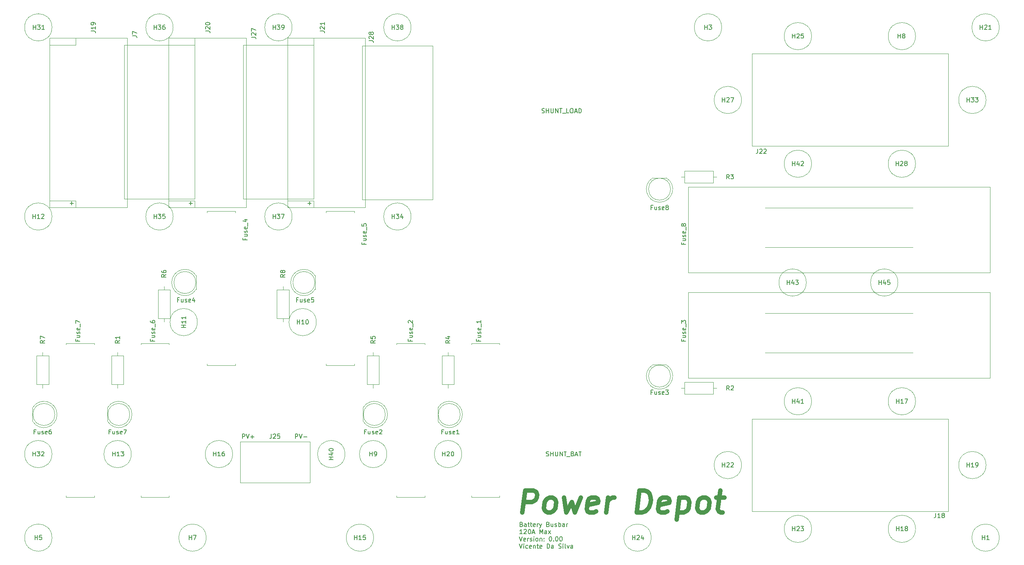
<source format=gbr>
%TF.GenerationSoftware,KiCad,Pcbnew,(5.1.8)-1*%
%TF.CreationDate,2021-07-20T16:41:24+02:00*%
%TF.ProjectId,FJElectricsPCBBack,464a456c-6563-4747-9269-637350434242,rev?*%
%TF.SameCoordinates,Original*%
%TF.FileFunction,Legend,Top*%
%TF.FilePolarity,Positive*%
%FSLAX46Y46*%
G04 Gerber Fmt 4.6, Leading zero omitted, Abs format (unit mm)*
G04 Created by KiCad (PCBNEW (5.1.8)-1) date 2021-07-20 16:41:24*
%MOMM*%
%LPD*%
G01*
G04 APERTURE LIST*
%ADD10C,0.150000*%
%ADD11C,1.000000*%
%ADD12C,0.120000*%
G04 APERTURE END LIST*
D10*
X94668928Y-95453571D02*
X94811785Y-95501190D01*
X94859404Y-95548809D01*
X94907023Y-95644047D01*
X94907023Y-95786904D01*
X94859404Y-95882142D01*
X94811785Y-95929761D01*
X94716547Y-95977380D01*
X94335595Y-95977380D01*
X94335595Y-94977380D01*
X94668928Y-94977380D01*
X94764166Y-95025000D01*
X94811785Y-95072619D01*
X94859404Y-95167857D01*
X94859404Y-95263095D01*
X94811785Y-95358333D01*
X94764166Y-95405952D01*
X94668928Y-95453571D01*
X94335595Y-95453571D01*
X95764166Y-95977380D02*
X95764166Y-95453571D01*
X95716547Y-95358333D01*
X95621309Y-95310714D01*
X95430833Y-95310714D01*
X95335595Y-95358333D01*
X95764166Y-95929761D02*
X95668928Y-95977380D01*
X95430833Y-95977380D01*
X95335595Y-95929761D01*
X95287976Y-95834523D01*
X95287976Y-95739285D01*
X95335595Y-95644047D01*
X95430833Y-95596428D01*
X95668928Y-95596428D01*
X95764166Y-95548809D01*
X96097500Y-95310714D02*
X96478452Y-95310714D01*
X96240357Y-94977380D02*
X96240357Y-95834523D01*
X96287976Y-95929761D01*
X96383214Y-95977380D01*
X96478452Y-95977380D01*
X96668928Y-95310714D02*
X97049880Y-95310714D01*
X96811785Y-94977380D02*
X96811785Y-95834523D01*
X96859404Y-95929761D01*
X96954642Y-95977380D01*
X97049880Y-95977380D01*
X97764166Y-95929761D02*
X97668928Y-95977380D01*
X97478452Y-95977380D01*
X97383214Y-95929761D01*
X97335595Y-95834523D01*
X97335595Y-95453571D01*
X97383214Y-95358333D01*
X97478452Y-95310714D01*
X97668928Y-95310714D01*
X97764166Y-95358333D01*
X97811785Y-95453571D01*
X97811785Y-95548809D01*
X97335595Y-95644047D01*
X98240357Y-95977380D02*
X98240357Y-95310714D01*
X98240357Y-95501190D02*
X98287976Y-95405952D01*
X98335595Y-95358333D01*
X98430833Y-95310714D01*
X98526071Y-95310714D01*
X98764166Y-95310714D02*
X99002261Y-95977380D01*
X99240357Y-95310714D02*
X99002261Y-95977380D01*
X98907023Y-96215476D01*
X98859404Y-96263095D01*
X98764166Y-96310714D01*
X100716547Y-95453571D02*
X100859404Y-95501190D01*
X100907023Y-95548809D01*
X100954642Y-95644047D01*
X100954642Y-95786904D01*
X100907023Y-95882142D01*
X100859404Y-95929761D01*
X100764166Y-95977380D01*
X100383214Y-95977380D01*
X100383214Y-94977380D01*
X100716547Y-94977380D01*
X100811785Y-95025000D01*
X100859404Y-95072619D01*
X100907023Y-95167857D01*
X100907023Y-95263095D01*
X100859404Y-95358333D01*
X100811785Y-95405952D01*
X100716547Y-95453571D01*
X100383214Y-95453571D01*
X101811785Y-95310714D02*
X101811785Y-95977380D01*
X101383214Y-95310714D02*
X101383214Y-95834523D01*
X101430833Y-95929761D01*
X101526071Y-95977380D01*
X101668928Y-95977380D01*
X101764166Y-95929761D01*
X101811785Y-95882142D01*
X102240357Y-95929761D02*
X102335595Y-95977380D01*
X102526071Y-95977380D01*
X102621309Y-95929761D01*
X102668928Y-95834523D01*
X102668928Y-95786904D01*
X102621309Y-95691666D01*
X102526071Y-95644047D01*
X102383214Y-95644047D01*
X102287976Y-95596428D01*
X102240357Y-95501190D01*
X102240357Y-95453571D01*
X102287976Y-95358333D01*
X102383214Y-95310714D01*
X102526071Y-95310714D01*
X102621309Y-95358333D01*
X103097500Y-95977380D02*
X103097500Y-94977380D01*
X103097500Y-95358333D02*
X103192738Y-95310714D01*
X103383214Y-95310714D01*
X103478452Y-95358333D01*
X103526071Y-95405952D01*
X103573690Y-95501190D01*
X103573690Y-95786904D01*
X103526071Y-95882142D01*
X103478452Y-95929761D01*
X103383214Y-95977380D01*
X103192738Y-95977380D01*
X103097500Y-95929761D01*
X104430833Y-95977380D02*
X104430833Y-95453571D01*
X104383214Y-95358333D01*
X104287976Y-95310714D01*
X104097500Y-95310714D01*
X104002261Y-95358333D01*
X104430833Y-95929761D02*
X104335595Y-95977380D01*
X104097500Y-95977380D01*
X104002261Y-95929761D01*
X103954642Y-95834523D01*
X103954642Y-95739285D01*
X104002261Y-95644047D01*
X104097500Y-95596428D01*
X104335595Y-95596428D01*
X104430833Y-95548809D01*
X104907023Y-95977380D02*
X104907023Y-95310714D01*
X104907023Y-95501190D02*
X104954642Y-95405952D01*
X105002261Y-95358333D01*
X105097500Y-95310714D01*
X105192738Y-95310714D01*
X94859404Y-97627380D02*
X94287976Y-97627380D01*
X94573690Y-97627380D02*
X94573690Y-96627380D01*
X94478452Y-96770238D01*
X94383214Y-96865476D01*
X94287976Y-96913095D01*
X95240357Y-96722619D02*
X95287976Y-96675000D01*
X95383214Y-96627380D01*
X95621309Y-96627380D01*
X95716547Y-96675000D01*
X95764166Y-96722619D01*
X95811785Y-96817857D01*
X95811785Y-96913095D01*
X95764166Y-97055952D01*
X95192738Y-97627380D01*
X95811785Y-97627380D01*
X96430833Y-96627380D02*
X96526071Y-96627380D01*
X96621309Y-96675000D01*
X96668928Y-96722619D01*
X96716547Y-96817857D01*
X96764166Y-97008333D01*
X96764166Y-97246428D01*
X96716547Y-97436904D01*
X96668928Y-97532142D01*
X96621309Y-97579761D01*
X96526071Y-97627380D01*
X96430833Y-97627380D01*
X96335595Y-97579761D01*
X96287976Y-97532142D01*
X96240357Y-97436904D01*
X96192738Y-97246428D01*
X96192738Y-97008333D01*
X96240357Y-96817857D01*
X96287976Y-96722619D01*
X96335595Y-96675000D01*
X96430833Y-96627380D01*
X97145119Y-97341666D02*
X97621309Y-97341666D01*
X97049880Y-97627380D02*
X97383214Y-96627380D01*
X97716547Y-97627380D01*
X98811785Y-97627380D02*
X98811785Y-96627380D01*
X99145119Y-97341666D01*
X99478452Y-96627380D01*
X99478452Y-97627380D01*
X100383214Y-97627380D02*
X100383214Y-97103571D01*
X100335595Y-97008333D01*
X100240357Y-96960714D01*
X100049880Y-96960714D01*
X99954642Y-97008333D01*
X100383214Y-97579761D02*
X100287976Y-97627380D01*
X100049880Y-97627380D01*
X99954642Y-97579761D01*
X99907023Y-97484523D01*
X99907023Y-97389285D01*
X99954642Y-97294047D01*
X100049880Y-97246428D01*
X100287976Y-97246428D01*
X100383214Y-97198809D01*
X100764166Y-97627380D02*
X101287976Y-96960714D01*
X100764166Y-96960714D02*
X101287976Y-97627380D01*
X94192738Y-98277380D02*
X94526071Y-99277380D01*
X94859404Y-98277380D01*
X95573690Y-99229761D02*
X95478452Y-99277380D01*
X95287976Y-99277380D01*
X95192738Y-99229761D01*
X95145119Y-99134523D01*
X95145119Y-98753571D01*
X95192738Y-98658333D01*
X95287976Y-98610714D01*
X95478452Y-98610714D01*
X95573690Y-98658333D01*
X95621309Y-98753571D01*
X95621309Y-98848809D01*
X95145119Y-98944047D01*
X96049880Y-99277380D02*
X96049880Y-98610714D01*
X96049880Y-98801190D02*
X96097500Y-98705952D01*
X96145119Y-98658333D01*
X96240357Y-98610714D01*
X96335595Y-98610714D01*
X96621309Y-99229761D02*
X96716547Y-99277380D01*
X96907023Y-99277380D01*
X97002261Y-99229761D01*
X97049880Y-99134523D01*
X97049880Y-99086904D01*
X97002261Y-98991666D01*
X96907023Y-98944047D01*
X96764166Y-98944047D01*
X96668928Y-98896428D01*
X96621309Y-98801190D01*
X96621309Y-98753571D01*
X96668928Y-98658333D01*
X96764166Y-98610714D01*
X96907023Y-98610714D01*
X97002261Y-98658333D01*
X97478452Y-99277380D02*
X97478452Y-98610714D01*
X97478452Y-98277380D02*
X97430833Y-98325000D01*
X97478452Y-98372619D01*
X97526071Y-98325000D01*
X97478452Y-98277380D01*
X97478452Y-98372619D01*
X98097500Y-99277380D02*
X98002261Y-99229761D01*
X97954642Y-99182142D01*
X97907023Y-99086904D01*
X97907023Y-98801190D01*
X97954642Y-98705952D01*
X98002261Y-98658333D01*
X98097500Y-98610714D01*
X98240357Y-98610714D01*
X98335595Y-98658333D01*
X98383214Y-98705952D01*
X98430833Y-98801190D01*
X98430833Y-99086904D01*
X98383214Y-99182142D01*
X98335595Y-99229761D01*
X98240357Y-99277380D01*
X98097500Y-99277380D01*
X98859404Y-98610714D02*
X98859404Y-99277380D01*
X98859404Y-98705952D02*
X98907023Y-98658333D01*
X99002261Y-98610714D01*
X99145119Y-98610714D01*
X99240357Y-98658333D01*
X99287976Y-98753571D01*
X99287976Y-99277380D01*
X99764166Y-99182142D02*
X99811785Y-99229761D01*
X99764166Y-99277380D01*
X99716547Y-99229761D01*
X99764166Y-99182142D01*
X99764166Y-99277380D01*
X99764166Y-98658333D02*
X99811785Y-98705952D01*
X99764166Y-98753571D01*
X99716547Y-98705952D01*
X99764166Y-98658333D01*
X99764166Y-98753571D01*
X101192738Y-98277380D02*
X101287976Y-98277380D01*
X101383214Y-98325000D01*
X101430833Y-98372619D01*
X101478452Y-98467857D01*
X101526071Y-98658333D01*
X101526071Y-98896428D01*
X101478452Y-99086904D01*
X101430833Y-99182142D01*
X101383214Y-99229761D01*
X101287976Y-99277380D01*
X101192738Y-99277380D01*
X101097500Y-99229761D01*
X101049880Y-99182142D01*
X101002261Y-99086904D01*
X100954642Y-98896428D01*
X100954642Y-98658333D01*
X101002261Y-98467857D01*
X101049880Y-98372619D01*
X101097500Y-98325000D01*
X101192738Y-98277380D01*
X101954642Y-99182142D02*
X102002261Y-99229761D01*
X101954642Y-99277380D01*
X101907023Y-99229761D01*
X101954642Y-99182142D01*
X101954642Y-99277380D01*
X102621309Y-98277380D02*
X102716547Y-98277380D01*
X102811785Y-98325000D01*
X102859404Y-98372619D01*
X102907023Y-98467857D01*
X102954642Y-98658333D01*
X102954642Y-98896428D01*
X102907023Y-99086904D01*
X102859404Y-99182142D01*
X102811785Y-99229761D01*
X102716547Y-99277380D01*
X102621309Y-99277380D01*
X102526071Y-99229761D01*
X102478452Y-99182142D01*
X102430833Y-99086904D01*
X102383214Y-98896428D01*
X102383214Y-98658333D01*
X102430833Y-98467857D01*
X102478452Y-98372619D01*
X102526071Y-98325000D01*
X102621309Y-98277380D01*
X103573690Y-98277380D02*
X103668928Y-98277380D01*
X103764166Y-98325000D01*
X103811785Y-98372619D01*
X103859404Y-98467857D01*
X103907023Y-98658333D01*
X103907023Y-98896428D01*
X103859404Y-99086904D01*
X103811785Y-99182142D01*
X103764166Y-99229761D01*
X103668928Y-99277380D01*
X103573690Y-99277380D01*
X103478452Y-99229761D01*
X103430833Y-99182142D01*
X103383214Y-99086904D01*
X103335595Y-98896428D01*
X103335595Y-98658333D01*
X103383214Y-98467857D01*
X103430833Y-98372619D01*
X103478452Y-98325000D01*
X103573690Y-98277380D01*
X94192738Y-99927380D02*
X94526071Y-100927380D01*
X94859404Y-99927380D01*
X95192738Y-100927380D02*
X95192738Y-100260714D01*
X95192738Y-99927380D02*
X95145119Y-99975000D01*
X95192738Y-100022619D01*
X95240357Y-99975000D01*
X95192738Y-99927380D01*
X95192738Y-100022619D01*
X96097500Y-100879761D02*
X96002261Y-100927380D01*
X95811785Y-100927380D01*
X95716547Y-100879761D01*
X95668928Y-100832142D01*
X95621309Y-100736904D01*
X95621309Y-100451190D01*
X95668928Y-100355952D01*
X95716547Y-100308333D01*
X95811785Y-100260714D01*
X96002261Y-100260714D01*
X96097500Y-100308333D01*
X96907023Y-100879761D02*
X96811785Y-100927380D01*
X96621309Y-100927380D01*
X96526071Y-100879761D01*
X96478452Y-100784523D01*
X96478452Y-100403571D01*
X96526071Y-100308333D01*
X96621309Y-100260714D01*
X96811785Y-100260714D01*
X96907023Y-100308333D01*
X96954642Y-100403571D01*
X96954642Y-100498809D01*
X96478452Y-100594047D01*
X97383214Y-100260714D02*
X97383214Y-100927380D01*
X97383214Y-100355952D02*
X97430833Y-100308333D01*
X97526071Y-100260714D01*
X97668928Y-100260714D01*
X97764166Y-100308333D01*
X97811785Y-100403571D01*
X97811785Y-100927380D01*
X98145119Y-100260714D02*
X98526071Y-100260714D01*
X98287976Y-99927380D02*
X98287976Y-100784523D01*
X98335595Y-100879761D01*
X98430833Y-100927380D01*
X98526071Y-100927380D01*
X99240357Y-100879761D02*
X99145119Y-100927380D01*
X98954642Y-100927380D01*
X98859404Y-100879761D01*
X98811785Y-100784523D01*
X98811785Y-100403571D01*
X98859404Y-100308333D01*
X98954642Y-100260714D01*
X99145119Y-100260714D01*
X99240357Y-100308333D01*
X99287976Y-100403571D01*
X99287976Y-100498809D01*
X98811785Y-100594047D01*
X100478452Y-100927380D02*
X100478452Y-99927380D01*
X100716547Y-99927380D01*
X100859404Y-99975000D01*
X100954642Y-100070238D01*
X101002261Y-100165476D01*
X101049880Y-100355952D01*
X101049880Y-100498809D01*
X101002261Y-100689285D01*
X100954642Y-100784523D01*
X100859404Y-100879761D01*
X100716547Y-100927380D01*
X100478452Y-100927380D01*
X101907023Y-100927380D02*
X101907023Y-100403571D01*
X101859404Y-100308333D01*
X101764166Y-100260714D01*
X101573690Y-100260714D01*
X101478452Y-100308333D01*
X101907023Y-100879761D02*
X101811785Y-100927380D01*
X101573690Y-100927380D01*
X101478452Y-100879761D01*
X101430833Y-100784523D01*
X101430833Y-100689285D01*
X101478452Y-100594047D01*
X101573690Y-100546428D01*
X101811785Y-100546428D01*
X101907023Y-100498809D01*
X103097500Y-100879761D02*
X103240357Y-100927380D01*
X103478452Y-100927380D01*
X103573690Y-100879761D01*
X103621309Y-100832142D01*
X103668928Y-100736904D01*
X103668928Y-100641666D01*
X103621309Y-100546428D01*
X103573690Y-100498809D01*
X103478452Y-100451190D01*
X103287976Y-100403571D01*
X103192738Y-100355952D01*
X103145119Y-100308333D01*
X103097500Y-100213095D01*
X103097500Y-100117857D01*
X103145119Y-100022619D01*
X103192738Y-99975000D01*
X103287976Y-99927380D01*
X103526071Y-99927380D01*
X103668928Y-99975000D01*
X104097500Y-100927380D02*
X104097500Y-100260714D01*
X104097500Y-99927380D02*
X104049880Y-99975000D01*
X104097500Y-100022619D01*
X104145119Y-99975000D01*
X104097500Y-99927380D01*
X104097500Y-100022619D01*
X104716547Y-100927380D02*
X104621309Y-100879761D01*
X104573690Y-100784523D01*
X104573690Y-99927380D01*
X105002261Y-100260714D02*
X105240357Y-100927380D01*
X105478452Y-100260714D01*
X106287976Y-100927380D02*
X106287976Y-100403571D01*
X106240357Y-100308333D01*
X106145119Y-100260714D01*
X105954642Y-100260714D01*
X105859404Y-100308333D01*
X106287976Y-100879761D02*
X106192738Y-100927380D01*
X105954642Y-100927380D01*
X105859404Y-100879761D01*
X105811785Y-100784523D01*
X105811785Y-100689285D01*
X105859404Y-100594047D01*
X105954642Y-100546428D01*
X106192738Y-100546428D01*
X106287976Y-100498809D01*
X43335595Y-75952380D02*
X43335595Y-74952380D01*
X43716547Y-74952380D01*
X43811785Y-75000000D01*
X43859404Y-75047619D01*
X43907023Y-75142857D01*
X43907023Y-75285714D01*
X43859404Y-75380952D01*
X43811785Y-75428571D01*
X43716547Y-75476190D01*
X43335595Y-75476190D01*
X44192738Y-74952380D02*
X44526071Y-75952380D01*
X44859404Y-74952380D01*
X45192738Y-75571428D02*
X45954642Y-75571428D01*
X100287976Y-79904761D02*
X100430833Y-79952380D01*
X100668928Y-79952380D01*
X100764166Y-79904761D01*
X100811785Y-79857142D01*
X100859404Y-79761904D01*
X100859404Y-79666666D01*
X100811785Y-79571428D01*
X100764166Y-79523809D01*
X100668928Y-79476190D01*
X100478452Y-79428571D01*
X100383214Y-79380952D01*
X100335595Y-79333333D01*
X100287976Y-79238095D01*
X100287976Y-79142857D01*
X100335595Y-79047619D01*
X100383214Y-79000000D01*
X100478452Y-78952380D01*
X100716547Y-78952380D01*
X100859404Y-79000000D01*
X101287976Y-79952380D02*
X101287976Y-78952380D01*
X101287976Y-79428571D02*
X101859404Y-79428571D01*
X101859404Y-79952380D02*
X101859404Y-78952380D01*
X102335595Y-78952380D02*
X102335595Y-79761904D01*
X102383214Y-79857142D01*
X102430833Y-79904761D01*
X102526071Y-79952380D01*
X102716547Y-79952380D01*
X102811785Y-79904761D01*
X102859404Y-79857142D01*
X102907023Y-79761904D01*
X102907023Y-78952380D01*
X103383214Y-79952380D02*
X103383214Y-78952380D01*
X103954642Y-79952380D01*
X103954642Y-78952380D01*
X104287976Y-78952380D02*
X104859404Y-78952380D01*
X104573690Y-79952380D02*
X104573690Y-78952380D01*
X104954642Y-80047619D02*
X105716547Y-80047619D01*
X106287976Y-79428571D02*
X106430833Y-79476190D01*
X106478452Y-79523809D01*
X106526071Y-79619047D01*
X106526071Y-79761904D01*
X106478452Y-79857142D01*
X106430833Y-79904761D01*
X106335595Y-79952380D01*
X105954642Y-79952380D01*
X105954642Y-78952380D01*
X106287976Y-78952380D01*
X106383214Y-79000000D01*
X106430833Y-79047619D01*
X106478452Y-79142857D01*
X106478452Y-79238095D01*
X106430833Y-79333333D01*
X106383214Y-79380952D01*
X106287976Y-79428571D01*
X105954642Y-79428571D01*
X106907023Y-79666666D02*
X107383214Y-79666666D01*
X106811785Y-79952380D02*
X107145119Y-78952380D01*
X107478452Y-79952380D01*
X107668928Y-78952380D02*
X108240357Y-78952380D01*
X107954642Y-79952380D02*
X107954642Y-78952380D01*
X99287976Y-1904761D02*
X99430833Y-1952380D01*
X99668928Y-1952380D01*
X99764166Y-1904761D01*
X99811785Y-1857142D01*
X99859404Y-1761904D01*
X99859404Y-1666666D01*
X99811785Y-1571428D01*
X99764166Y-1523809D01*
X99668928Y-1476190D01*
X99478452Y-1428571D01*
X99383214Y-1380952D01*
X99335595Y-1333333D01*
X99287976Y-1238095D01*
X99287976Y-1142857D01*
X99335595Y-1047619D01*
X99383214Y-1000000D01*
X99478452Y-952380D01*
X99716547Y-952380D01*
X99859404Y-1000000D01*
X100287976Y-1952380D02*
X100287976Y-952380D01*
X100287976Y-1428571D02*
X100859404Y-1428571D01*
X100859404Y-1952380D02*
X100859404Y-952380D01*
X101335595Y-952380D02*
X101335595Y-1761904D01*
X101383214Y-1857142D01*
X101430833Y-1904761D01*
X101526071Y-1952380D01*
X101716547Y-1952380D01*
X101811785Y-1904761D01*
X101859404Y-1857142D01*
X101907023Y-1761904D01*
X101907023Y-952380D01*
X102383214Y-1952380D02*
X102383214Y-952380D01*
X102954642Y-1952380D01*
X102954642Y-952380D01*
X103287976Y-952380D02*
X103859404Y-952380D01*
X103573690Y-1952380D02*
X103573690Y-952380D01*
X103954642Y-2047619D02*
X104716547Y-2047619D01*
X105430833Y-1952380D02*
X104954642Y-1952380D01*
X104954642Y-952380D01*
X105954642Y-952380D02*
X106145119Y-952380D01*
X106240357Y-1000000D01*
X106335595Y-1095238D01*
X106383214Y-1285714D01*
X106383214Y-1619047D01*
X106335595Y-1809523D01*
X106240357Y-1904761D01*
X106145119Y-1952380D01*
X105954642Y-1952380D01*
X105859404Y-1904761D01*
X105764166Y-1809523D01*
X105716547Y-1619047D01*
X105716547Y-1285714D01*
X105764166Y-1095238D01*
X105859404Y-1000000D01*
X105954642Y-952380D01*
X106764166Y-1666666D02*
X107240357Y-1666666D01*
X106668928Y-1952380D02*
X107002261Y-952380D01*
X107335595Y-1952380D01*
X107668928Y-1952380D02*
X107668928Y-952380D01*
X107907023Y-952380D01*
X108049880Y-1000000D01*
X108145119Y-1095238D01*
X108192738Y-1190476D01*
X108240357Y-1380952D01*
X108240357Y-1523809D01*
X108192738Y-1714285D01*
X108145119Y-1809523D01*
X108049880Y-1904761D01*
X107907023Y-1952380D01*
X107668928Y-1952380D01*
X31335595Y-75952380D02*
X31335595Y-74952380D01*
X31716547Y-74952380D01*
X31811785Y-75000000D01*
X31859404Y-75047619D01*
X31907023Y-75142857D01*
X31907023Y-75285714D01*
X31859404Y-75380952D01*
X31811785Y-75428571D01*
X31716547Y-75476190D01*
X31335595Y-75476190D01*
X32192738Y-74952380D02*
X32526071Y-75952380D01*
X32859404Y-74952380D01*
X33192738Y-75571428D02*
X33954642Y-75571428D01*
X33573690Y-75952380D02*
X33573690Y-75190476D01*
D11*
X94870238Y-92761904D02*
X95495238Y-87761904D01*
X97400000Y-87761904D01*
X97846428Y-88000000D01*
X98054761Y-88238095D01*
X98233333Y-88714285D01*
X98144047Y-89428571D01*
X97846428Y-89904761D01*
X97578571Y-90142857D01*
X97072619Y-90380952D01*
X95167857Y-90380952D01*
X100584523Y-92761904D02*
X100138095Y-92523809D01*
X99929761Y-92285714D01*
X99751190Y-91809523D01*
X99929761Y-90380952D01*
X100227380Y-89904761D01*
X100495238Y-89666666D01*
X101001190Y-89428571D01*
X101715476Y-89428571D01*
X102161904Y-89666666D01*
X102370238Y-89904761D01*
X102548809Y-90380952D01*
X102370238Y-91809523D01*
X102072619Y-92285714D01*
X101804761Y-92523809D01*
X101298809Y-92761904D01*
X100584523Y-92761904D01*
X104334523Y-89428571D02*
X104870238Y-92761904D01*
X106120238Y-90380952D01*
X106775000Y-92761904D01*
X108144047Y-89428571D01*
X111566666Y-92523809D02*
X111060714Y-92761904D01*
X110108333Y-92761904D01*
X109661904Y-92523809D01*
X109483333Y-92047619D01*
X109721428Y-90142857D01*
X110019047Y-89666666D01*
X110525000Y-89428571D01*
X111477380Y-89428571D01*
X111923809Y-89666666D01*
X112102380Y-90142857D01*
X112042857Y-90619047D01*
X109602380Y-91095238D01*
X113917857Y-92761904D02*
X114334523Y-89428571D01*
X114215476Y-90380952D02*
X114513095Y-89904761D01*
X114780952Y-89666666D01*
X115286904Y-89428571D01*
X115763095Y-89428571D01*
X120822619Y-92761904D02*
X121447619Y-87761904D01*
X122638095Y-87761904D01*
X123322619Y-88000000D01*
X123739285Y-88476190D01*
X123917857Y-88952380D01*
X124036904Y-89904761D01*
X123947619Y-90619047D01*
X123590476Y-91571428D01*
X123292857Y-92047619D01*
X122757142Y-92523809D01*
X122013095Y-92761904D01*
X120822619Y-92761904D01*
X127757142Y-92523809D02*
X127251190Y-92761904D01*
X126298809Y-92761904D01*
X125852380Y-92523809D01*
X125673809Y-92047619D01*
X125911904Y-90142857D01*
X126209523Y-89666666D01*
X126715476Y-89428571D01*
X127667857Y-89428571D01*
X128114285Y-89666666D01*
X128292857Y-90142857D01*
X128233333Y-90619047D01*
X125792857Y-91095238D01*
X130525000Y-89428571D02*
X129900000Y-94428571D01*
X130495238Y-89666666D02*
X131001190Y-89428571D01*
X131953571Y-89428571D01*
X132400000Y-89666666D01*
X132608333Y-89904761D01*
X132786904Y-90380952D01*
X132608333Y-91809523D01*
X132310714Y-92285714D01*
X132042857Y-92523809D01*
X131536904Y-92761904D01*
X130584523Y-92761904D01*
X130138095Y-92523809D01*
X135346428Y-92761904D02*
X134900000Y-92523809D01*
X134691666Y-92285714D01*
X134513095Y-91809523D01*
X134691666Y-90380952D01*
X134989285Y-89904761D01*
X135257142Y-89666666D01*
X135763095Y-89428571D01*
X136477380Y-89428571D01*
X136923809Y-89666666D01*
X137132142Y-89904761D01*
X137310714Y-90380952D01*
X137132142Y-91809523D01*
X136834523Y-92285714D01*
X136566666Y-92523809D01*
X136060714Y-92761904D01*
X135346428Y-92761904D01*
X138858333Y-89428571D02*
X140763095Y-89428571D01*
X139780952Y-87761904D02*
X139245238Y-92047619D01*
X139423809Y-92523809D01*
X139870238Y-92761904D01*
X140346428Y-92761904D01*
D12*
%TO.C,Fuse7*%
X5770000Y-70500000D02*
G75*
G03*
X5770000Y-70500000I-2500000J0D01*
G01*
X710000Y-68955000D02*
X710000Y-72045000D01*
X6260000Y-70499538D02*
G75*
G02*
X710000Y-72044830I-2990000J-462D01*
G01*
X6260000Y-70500462D02*
G75*
G03*
X710000Y-68955170I-2990000J462D01*
G01*
%TO.C,R7*%
X-15370000Y-63690000D02*
X-12630000Y-63690000D01*
X-12630000Y-63690000D02*
X-12630000Y-57150000D01*
X-12630000Y-57150000D02*
X-15370000Y-57150000D01*
X-15370000Y-57150000D02*
X-15370000Y-63690000D01*
X-14000000Y-64460000D02*
X-14000000Y-63690000D01*
X-14000000Y-56380000D02*
X-14000000Y-57150000D01*
%TO.C,H25*%
X160500000Y15500000D02*
G75*
G03*
X160500000Y15500000I-3100000J0D01*
G01*
%TO.C,H23*%
X160500000Y-96500000D02*
G75*
G03*
X160500000Y-96500000I-3100000J0D01*
G01*
%TO.C,Fuse_8*%
X183500000Y-32500000D02*
X150000000Y-32500000D01*
X150000000Y-23500000D02*
X183500000Y-23500000D01*
X201000000Y-38250000D02*
X132500000Y-38250000D01*
X132500000Y-38250000D02*
X132500000Y-18750000D01*
X132500000Y-18750000D02*
X201000000Y-18750000D01*
X201000000Y-18750000D02*
X201000000Y-38250000D01*
%TO.C,H45*%
X180100000Y-40500000D02*
G75*
G03*
X180100000Y-40500000I-3100000J0D01*
G01*
%TO.C,H43*%
X159300000Y-40500000D02*
G75*
G03*
X159300000Y-40500000I-3100000J0D01*
G01*
%TO.C,H42*%
X160500000Y-13500000D02*
G75*
G03*
X160500000Y-13500000I-3100000J0D01*
G01*
%TO.C,H41*%
X160500000Y-67500000D02*
G75*
G03*
X160500000Y-67500000I-3100000J0D01*
G01*
%TO.C,H40*%
X54600000Y-79500000D02*
G75*
G03*
X54600000Y-79500000I-3100000J0D01*
G01*
%TO.C,H11*%
X21100000Y-49500000D02*
G75*
G03*
X21100000Y-49500000I-3100000J0D01*
G01*
%TO.C,J28*%
X58500000Y-21670000D02*
X58500000Y13330000D01*
X74500000Y-21670000D02*
X58500000Y-21670000D01*
X58500000Y13330000D02*
X74500000Y13330000D01*
X74500000Y13330000D02*
X74500000Y-21670000D01*
%TO.C,J27*%
X31500000Y-21500000D02*
X31500000Y13500000D01*
X47500000Y-21500000D02*
X31500000Y-21500000D01*
X31500000Y13500000D02*
X47500000Y13500000D01*
X47500000Y13500000D02*
X47500000Y-21500000D01*
%TO.C,J7*%
X4500000Y-21500000D02*
X4500000Y13500000D01*
X20500000Y-21500000D02*
X4500000Y-21500000D01*
X4500000Y13500000D02*
X20500000Y13500000D01*
X20500000Y13500000D02*
X20500000Y-21500000D01*
%TO.C,J25*%
X30850000Y-86000000D02*
X30850000Y-76700000D01*
X30850000Y-76700000D02*
X46650000Y-76700000D01*
X46650000Y-86000000D02*
X30850000Y-86000000D01*
X46650000Y-76700000D02*
X46650000Y-86000000D01*
%TO.C,H39*%
X42600000Y17500000D02*
G75*
G03*
X42600000Y17500000I-3100000J0D01*
G01*
%TO.C,H38*%
X69600000Y17500000D02*
G75*
G03*
X69600000Y17500000I-3100000J0D01*
G01*
%TO.C,H37*%
X42600000Y-25500000D02*
G75*
G03*
X42600000Y-25500000I-3100000J0D01*
G01*
%TO.C,H36*%
X15600000Y17500000D02*
G75*
G03*
X15600000Y17500000I-3100000J0D01*
G01*
%TO.C,H35*%
X15600000Y-25500000D02*
G75*
G03*
X15600000Y-25500000I-3100000J0D01*
G01*
%TO.C,H34*%
X69600000Y-25500000D02*
G75*
G03*
X69600000Y-25500000I-3100000J0D01*
G01*
%TO.C,H33*%
X200100000Y1000000D02*
G75*
G03*
X200100000Y1000000I-3100000J0D01*
G01*
%TO.C,H32*%
X-11900000Y-79500000D02*
G75*
G03*
X-11900000Y-79500000I-3100000J0D01*
G01*
%TO.C,H27*%
X144600000Y1000000D02*
G75*
G03*
X144600000Y1000000I-3100000J0D01*
G01*
%TO.C,H22*%
X144600000Y-82000000D02*
G75*
G03*
X144600000Y-82000000I-3100000J0D01*
G01*
%TO.C,H19*%
X200100000Y-82000000D02*
G75*
G03*
X200100000Y-82000000I-3100000J0D01*
G01*
%TO.C,J18*%
X147000000Y-71500000D02*
X191500000Y-71500000D01*
X191500000Y-92500000D02*
X147000000Y-92500000D01*
X191500000Y-71500000D02*
X191500000Y-92500000D01*
X147000000Y-92500000D02*
X147000000Y-71500000D01*
%TO.C,J22*%
X147000000Y11500000D02*
X191500000Y11500000D01*
X191500000Y-9500000D02*
X147000000Y-9500000D01*
X191500000Y11500000D02*
X191500000Y-9500000D01*
X147000000Y-9500000D02*
X147000000Y11500000D01*
%TO.C,J21*%
X47500000Y-21920000D02*
X41580000Y-21920000D01*
X47500000Y13500000D02*
X41580000Y13500000D01*
X47500000Y-23420000D02*
X47500000Y-21920000D01*
X47500000Y13500000D02*
X47500000Y15080000D01*
X59180000Y-23420000D02*
X59180000Y15080000D01*
X59180000Y-23420000D02*
X41580000Y-23420000D01*
X41580000Y15080000D02*
X59180000Y15080000D01*
X41580000Y15080000D02*
X41580000Y-23420000D01*
%TO.C,J20*%
X20500000Y-21920000D02*
X14580000Y-21920000D01*
X20500000Y13500000D02*
X14580000Y13500000D01*
X20500000Y-23420000D02*
X20500000Y-21920000D01*
X20500000Y13500000D02*
X20500000Y15080000D01*
X32180000Y-23420000D02*
X32180000Y15080000D01*
X32180000Y-23420000D02*
X14580000Y-23420000D01*
X14580000Y15080000D02*
X32180000Y15080000D01*
X14580000Y15080000D02*
X14580000Y-23420000D01*
%TO.C,J19*%
X-6500000Y-21920000D02*
X-12420000Y-21920000D01*
X-6500000Y13500000D02*
X-12420000Y13500000D01*
X-6500000Y-23420000D02*
X-6500000Y-21920000D01*
X-6500000Y13500000D02*
X-6500000Y15080000D01*
X5180000Y-23420000D02*
X5180000Y15080000D01*
X5180000Y-23420000D02*
X-12420000Y-23420000D01*
X-12420000Y15080000D02*
X5180000Y15080000D01*
X-12420000Y15080000D02*
X-12420000Y-23420000D01*
%TO.C,H31*%
X-11900000Y17500000D02*
G75*
G03*
X-11900000Y17500000I-3100000J0D01*
G01*
%TO.C,H16*%
X29100000Y-79500000D02*
G75*
G03*
X29100000Y-79500000I-3100000J0D01*
G01*
%TO.C,H21*%
X203100000Y17500000D02*
G75*
G03*
X203100000Y17500000I-3100000J0D01*
G01*
%TO.C,H3*%
X140100000Y17500000D02*
G75*
G03*
X140100000Y17500000I-3100000J0D01*
G01*
%TO.C,H28*%
X184100000Y-13500000D02*
G75*
G03*
X184100000Y-13500000I-3100000J0D01*
G01*
%TO.C,H10*%
X48100000Y-49500000D02*
G75*
G03*
X48100000Y-49500000I-3100000J0D01*
G01*
%TO.C,H17*%
X184100000Y-67500000D02*
G75*
G03*
X184100000Y-67500000I-3100000J0D01*
G01*
%TO.C,H8*%
X184100000Y15500000D02*
G75*
G03*
X184100000Y15500000I-3100000J0D01*
G01*
%TO.C,H15*%
X61100000Y-98500000D02*
G75*
G03*
X61100000Y-98500000I-3100000J0D01*
G01*
%TO.C,H12*%
X-11900000Y-25500000D02*
G75*
G03*
X-11900000Y-25500000I-3100000J0D01*
G01*
%TO.C,H13*%
X6100000Y-79500000D02*
G75*
G03*
X6100000Y-79500000I-3100000J0D01*
G01*
%TO.C,H20*%
X81100000Y-79500000D02*
G75*
G03*
X81100000Y-79500000I-3100000J0D01*
G01*
%TO.C,H9*%
X64100000Y-79500000D02*
G75*
G03*
X64100000Y-79500000I-3100000J0D01*
G01*
%TO.C,H18*%
X184100000Y-96500000D02*
G75*
G03*
X184100000Y-96500000I-3100000J0D01*
G01*
%TO.C,H5*%
X-11900000Y-98500000D02*
G75*
G03*
X-11900000Y-98500000I-3100000J0D01*
G01*
%TO.C,H1*%
X203100000Y-98500000D02*
G75*
G03*
X203100000Y-98500000I-3100000J0D01*
G01*
%TO.C,R1*%
X1630000Y-63690000D02*
X4370000Y-63690000D01*
X4370000Y-63690000D02*
X4370000Y-57150000D01*
X4370000Y-57150000D02*
X1630000Y-57150000D01*
X1630000Y-57150000D02*
X1630000Y-63690000D01*
X3000000Y-64460000D02*
X3000000Y-63690000D01*
X3000000Y-56380000D02*
X3000000Y-57150000D01*
%TO.C,Fuse_6*%
X8300000Y-54300000D02*
X8300000Y-54600000D01*
X14700000Y-54300000D02*
X14700000Y-54600000D01*
X8300000Y-54300000D02*
X14700000Y-54300000D01*
X14700000Y-89300000D02*
X8300000Y-89300000D01*
X8300000Y-89300000D02*
X8300000Y-89000000D01*
X14700000Y-89000000D02*
X14700000Y-89300000D01*
%TO.C,Fuse3*%
X128500000Y-61770000D02*
G75*
G03*
X128500000Y-61770000I-2500000J0D01*
G01*
X127545000Y-59210000D02*
X124455000Y-59210000D01*
X126000462Y-64760000D02*
G75*
G02*
X124455170Y-59210000I-462J2990000D01*
G01*
X125999538Y-64760000D02*
G75*
G03*
X127544830Y-59210000I462J2990000D01*
G01*
%TO.C,Fuse_3*%
X183500000Y-56500000D02*
X150000000Y-56500000D01*
X150000000Y-47500000D02*
X183500000Y-47500000D01*
X201000000Y-62250000D02*
X132500000Y-62250000D01*
X132500000Y-62250000D02*
X132500000Y-42750000D01*
X132500000Y-42750000D02*
X201000000Y-42750000D01*
X201000000Y-42750000D02*
X201000000Y-62250000D01*
%TO.C,Fuse_4*%
X23300000Y-24300000D02*
X23300000Y-24600000D01*
X29700000Y-24300000D02*
X29700000Y-24600000D01*
X23300000Y-24300000D02*
X29700000Y-24300000D01*
X29700000Y-59300000D02*
X23300000Y-59300000D01*
X23300000Y-59300000D02*
X23300000Y-59000000D01*
X29700000Y-59000000D02*
X29700000Y-59300000D01*
%TO.C,R8*%
X39170000Y-48690000D02*
X41910000Y-48690000D01*
X41910000Y-48690000D02*
X41910000Y-42150000D01*
X41910000Y-42150000D02*
X39170000Y-42150000D01*
X39170000Y-42150000D02*
X39170000Y-48690000D01*
X40540000Y-49460000D02*
X40540000Y-48690000D01*
X40540000Y-41380000D02*
X40540000Y-42150000D01*
%TO.C,R6*%
X12170000Y-48690000D02*
X14910000Y-48690000D01*
X14910000Y-48690000D02*
X14910000Y-42150000D01*
X14910000Y-42150000D02*
X12170000Y-42150000D01*
X12170000Y-42150000D02*
X12170000Y-48690000D01*
X13540000Y-49460000D02*
X13540000Y-48690000D01*
X13540000Y-41380000D02*
X13540000Y-42150000D01*
%TO.C,R5*%
X59630000Y-63690000D02*
X62370000Y-63690000D01*
X62370000Y-63690000D02*
X62370000Y-57150000D01*
X62370000Y-57150000D02*
X59630000Y-57150000D01*
X59630000Y-57150000D02*
X59630000Y-63690000D01*
X61000000Y-64460000D02*
X61000000Y-63690000D01*
X61000000Y-56380000D02*
X61000000Y-57150000D01*
%TO.C,R4*%
X76630000Y-63690000D02*
X79370000Y-63690000D01*
X79370000Y-63690000D02*
X79370000Y-57150000D01*
X79370000Y-57150000D02*
X76630000Y-57150000D01*
X76630000Y-57150000D02*
X76630000Y-63690000D01*
X78000000Y-64460000D02*
X78000000Y-63690000D01*
X78000000Y-56380000D02*
X78000000Y-57150000D01*
%TO.C,R3*%
X138960000Y-16500000D02*
X138190000Y-16500000D01*
X130880000Y-16500000D02*
X131650000Y-16500000D01*
X138190000Y-15130000D02*
X131650000Y-15130000D01*
X138190000Y-17870000D02*
X138190000Y-15130000D01*
X131650000Y-17870000D02*
X138190000Y-17870000D01*
X131650000Y-15130000D02*
X131650000Y-17870000D01*
%TO.C,R2*%
X138190000Y-65870000D02*
X138190000Y-63130000D01*
X138190000Y-63130000D02*
X131650000Y-63130000D01*
X131650000Y-63130000D02*
X131650000Y-65870000D01*
X131650000Y-65870000D02*
X138190000Y-65870000D01*
X138960000Y-64500000D02*
X138190000Y-64500000D01*
X130880000Y-64500000D02*
X131650000Y-64500000D01*
%TO.C,H24*%
X124100000Y-98500000D02*
G75*
G03*
X124100000Y-98500000I-3100000J0D01*
G01*
%TO.C,H7*%
X23100000Y-98500000D02*
G75*
G03*
X23100000Y-98500000I-3100000J0D01*
G01*
%TO.C,Fuse8*%
X128500000Y-19270000D02*
G75*
G03*
X128500000Y-19270000I-2500000J0D01*
G01*
X127545000Y-16710000D02*
X124455000Y-16710000D01*
X126000462Y-22260000D02*
G75*
G02*
X124455170Y-16710000I-462J2990000D01*
G01*
X125999538Y-22260000D02*
G75*
G03*
X127544830Y-16710000I462J2990000D01*
G01*
%TO.C,Fuse6*%
X-11230000Y-70500000D02*
G75*
G03*
X-11230000Y-70500000I-2500000J0D01*
G01*
X-16290000Y-68955000D02*
X-16290000Y-72045000D01*
X-10740000Y-70499538D02*
G75*
G02*
X-16290000Y-72044830I-2990000J-462D01*
G01*
X-10740000Y-70500462D02*
G75*
G03*
X-16290000Y-68955170I-2990000J462D01*
G01*
%TO.C,Fuse5*%
X47770000Y-40500000D02*
G75*
G03*
X47770000Y-40500000I-2500000J0D01*
G01*
X47830000Y-42045000D02*
X47830000Y-38955000D01*
X42280000Y-40500462D02*
G75*
G02*
X47830000Y-38955170I2990000J462D01*
G01*
X42280000Y-40499538D02*
G75*
G03*
X47830000Y-42044830I2990000J-462D01*
G01*
%TO.C,Fuse4*%
X20770000Y-40500000D02*
G75*
G03*
X20770000Y-40500000I-2500000J0D01*
G01*
X20830000Y-42045000D02*
X20830000Y-38955000D01*
X15280000Y-40500462D02*
G75*
G02*
X20830000Y-38955170I2990000J462D01*
G01*
X15280000Y-40499538D02*
G75*
G03*
X20830000Y-42044830I2990000J-462D01*
G01*
%TO.C,Fuse2*%
X63770000Y-70500000D02*
G75*
G03*
X63770000Y-70500000I-2500000J0D01*
G01*
X58710000Y-68955000D02*
X58710000Y-72045000D01*
X64260000Y-70499538D02*
G75*
G02*
X58710000Y-72044830I-2990000J-462D01*
G01*
X64260000Y-70500462D02*
G75*
G03*
X58710000Y-68955170I-2990000J462D01*
G01*
%TO.C,Fuse1*%
X80770000Y-70500000D02*
G75*
G03*
X80770000Y-70500000I-2500000J0D01*
G01*
X75710000Y-68955000D02*
X75710000Y-72045000D01*
X81260000Y-70499538D02*
G75*
G02*
X75710000Y-72044830I-2990000J-462D01*
G01*
X81260000Y-70500462D02*
G75*
G03*
X75710000Y-68955170I-2990000J462D01*
G01*
%TO.C,Fuse_7*%
X-8700000Y-54300000D02*
X-8700000Y-54600000D01*
X-2300000Y-54300000D02*
X-2300000Y-54600000D01*
X-8700000Y-54300000D02*
X-2300000Y-54300000D01*
X-2300000Y-89300000D02*
X-8700000Y-89300000D01*
X-8700000Y-89300000D02*
X-8700000Y-89000000D01*
X-2300000Y-89000000D02*
X-2300000Y-89300000D01*
%TO.C,Fuse_2*%
X66300000Y-54300000D02*
X66300000Y-54600000D01*
X72700000Y-54300000D02*
X72700000Y-54600000D01*
X66300000Y-54300000D02*
X72700000Y-54300000D01*
X72700000Y-89300000D02*
X66300000Y-89300000D01*
X66300000Y-89300000D02*
X66300000Y-89000000D01*
X72700000Y-89000000D02*
X72700000Y-89300000D01*
%TO.C,Fuse_1*%
X83300000Y-54300000D02*
X83300000Y-54600000D01*
X89700000Y-54300000D02*
X89700000Y-54600000D01*
X83300000Y-54300000D02*
X89700000Y-54300000D01*
X89700000Y-89300000D02*
X83300000Y-89300000D01*
X83300000Y-89300000D02*
X83300000Y-89000000D01*
X89700000Y-89000000D02*
X89700000Y-89300000D01*
%TO.C,Fuse_5*%
X50300000Y-24300000D02*
X50300000Y-24600000D01*
X56700000Y-24300000D02*
X56700000Y-24600000D01*
X50300000Y-24300000D02*
X56700000Y-24300000D01*
X56700000Y-59300000D02*
X50300000Y-59300000D01*
X50300000Y-59300000D02*
X50300000Y-59000000D01*
X56700000Y-59000000D02*
X56700000Y-59300000D01*
%TO.C,Fuse7*%
D10*
X1380952Y-74428571D02*
X1047619Y-74428571D01*
X1047619Y-74952380D02*
X1047619Y-73952380D01*
X1523809Y-73952380D01*
X2333333Y-74285714D02*
X2333333Y-74952380D01*
X1904761Y-74285714D02*
X1904761Y-74809523D01*
X1952380Y-74904761D01*
X2047619Y-74952380D01*
X2190476Y-74952380D01*
X2285714Y-74904761D01*
X2333333Y-74857142D01*
X2761904Y-74904761D02*
X2857142Y-74952380D01*
X3047619Y-74952380D01*
X3142857Y-74904761D01*
X3190476Y-74809523D01*
X3190476Y-74761904D01*
X3142857Y-74666666D01*
X3047619Y-74619047D01*
X2904761Y-74619047D01*
X2809523Y-74571428D01*
X2761904Y-74476190D01*
X2761904Y-74428571D01*
X2809523Y-74333333D01*
X2904761Y-74285714D01*
X3047619Y-74285714D01*
X3142857Y-74333333D01*
X4000000Y-74904761D02*
X3904761Y-74952380D01*
X3714285Y-74952380D01*
X3619047Y-74904761D01*
X3571428Y-74809523D01*
X3571428Y-74428571D01*
X3619047Y-74333333D01*
X3714285Y-74285714D01*
X3904761Y-74285714D01*
X4000000Y-74333333D01*
X4047619Y-74428571D01*
X4047619Y-74523809D01*
X3571428Y-74619047D01*
X4380952Y-73952380D02*
X5047619Y-73952380D01*
X4619047Y-74952380D01*
%TO.C,R7*%
X-13547619Y-53666666D02*
X-14023809Y-54000000D01*
X-13547619Y-54238095D02*
X-14547619Y-54238095D01*
X-14547619Y-53857142D01*
X-14500000Y-53761904D01*
X-14452380Y-53714285D01*
X-14357142Y-53666666D01*
X-14214285Y-53666666D01*
X-14119047Y-53714285D01*
X-14071428Y-53761904D01*
X-14023809Y-53857142D01*
X-14023809Y-54238095D01*
X-14547619Y-53333333D02*
X-14547619Y-52666666D01*
X-13547619Y-53095238D01*
%TO.C,H25*%
X156161904Y15047619D02*
X156161904Y16047619D01*
X156161904Y15571428D02*
X156733333Y15571428D01*
X156733333Y15047619D02*
X156733333Y16047619D01*
X157161904Y15952380D02*
X157209523Y16000000D01*
X157304761Y16047619D01*
X157542857Y16047619D01*
X157638095Y16000000D01*
X157685714Y15952380D01*
X157733333Y15857142D01*
X157733333Y15761904D01*
X157685714Y15619047D01*
X157114285Y15047619D01*
X157733333Y15047619D01*
X158638095Y16047619D02*
X158161904Y16047619D01*
X158114285Y15571428D01*
X158161904Y15619047D01*
X158257142Y15666666D01*
X158495238Y15666666D01*
X158590476Y15619047D01*
X158638095Y15571428D01*
X158685714Y15476190D01*
X158685714Y15238095D01*
X158638095Y15142857D01*
X158590476Y15095238D01*
X158495238Y15047619D01*
X158257142Y15047619D01*
X158161904Y15095238D01*
X158114285Y15142857D01*
%TO.C,H23*%
X156161904Y-96952380D02*
X156161904Y-95952380D01*
X156161904Y-96428571D02*
X156733333Y-96428571D01*
X156733333Y-96952380D02*
X156733333Y-95952380D01*
X157161904Y-96047619D02*
X157209523Y-96000000D01*
X157304761Y-95952380D01*
X157542857Y-95952380D01*
X157638095Y-96000000D01*
X157685714Y-96047619D01*
X157733333Y-96142857D01*
X157733333Y-96238095D01*
X157685714Y-96380952D01*
X157114285Y-96952380D01*
X157733333Y-96952380D01*
X158066666Y-95952380D02*
X158685714Y-95952380D01*
X158352380Y-96333333D01*
X158495238Y-96333333D01*
X158590476Y-96380952D01*
X158638095Y-96428571D01*
X158685714Y-96523809D01*
X158685714Y-96761904D01*
X158638095Y-96857142D01*
X158590476Y-96904761D01*
X158495238Y-96952380D01*
X158209523Y-96952380D01*
X158114285Y-96904761D01*
X158066666Y-96857142D01*
%TO.C,Fuse_8*%
X131428571Y-31500000D02*
X131428571Y-31833333D01*
X131952380Y-31833333D02*
X130952380Y-31833333D01*
X130952380Y-31357142D01*
X131285714Y-30547619D02*
X131952380Y-30547619D01*
X131285714Y-30976190D02*
X131809523Y-30976190D01*
X131904761Y-30928571D01*
X131952380Y-30833333D01*
X131952380Y-30690476D01*
X131904761Y-30595238D01*
X131857142Y-30547619D01*
X131904761Y-30119047D02*
X131952380Y-30023809D01*
X131952380Y-29833333D01*
X131904761Y-29738095D01*
X131809523Y-29690476D01*
X131761904Y-29690476D01*
X131666666Y-29738095D01*
X131619047Y-29833333D01*
X131619047Y-29976190D01*
X131571428Y-30071428D01*
X131476190Y-30119047D01*
X131428571Y-30119047D01*
X131333333Y-30071428D01*
X131285714Y-29976190D01*
X131285714Y-29833333D01*
X131333333Y-29738095D01*
X131904761Y-28880952D02*
X131952380Y-28976190D01*
X131952380Y-29166666D01*
X131904761Y-29261904D01*
X131809523Y-29309523D01*
X131428571Y-29309523D01*
X131333333Y-29261904D01*
X131285714Y-29166666D01*
X131285714Y-28976190D01*
X131333333Y-28880952D01*
X131428571Y-28833333D01*
X131523809Y-28833333D01*
X131619047Y-29309523D01*
X132047619Y-28642857D02*
X132047619Y-27880952D01*
X131380952Y-27500000D02*
X131333333Y-27595238D01*
X131285714Y-27642857D01*
X131190476Y-27690476D01*
X131142857Y-27690476D01*
X131047619Y-27642857D01*
X131000000Y-27595238D01*
X130952380Y-27500000D01*
X130952380Y-27309523D01*
X131000000Y-27214285D01*
X131047619Y-27166666D01*
X131142857Y-27119047D01*
X131190476Y-27119047D01*
X131285714Y-27166666D01*
X131333333Y-27214285D01*
X131380952Y-27309523D01*
X131380952Y-27500000D01*
X131428571Y-27595238D01*
X131476190Y-27642857D01*
X131571428Y-27690476D01*
X131761904Y-27690476D01*
X131857142Y-27642857D01*
X131904761Y-27595238D01*
X131952380Y-27500000D01*
X131952380Y-27309523D01*
X131904761Y-27214285D01*
X131857142Y-27166666D01*
X131761904Y-27119047D01*
X131571428Y-27119047D01*
X131476190Y-27166666D01*
X131428571Y-27214285D01*
X131380952Y-27309523D01*
%TO.C,H45*%
X175761904Y-40952380D02*
X175761904Y-39952380D01*
X175761904Y-40428571D02*
X176333333Y-40428571D01*
X176333333Y-40952380D02*
X176333333Y-39952380D01*
X177238095Y-40285714D02*
X177238095Y-40952380D01*
X177000000Y-39904761D02*
X176761904Y-40619047D01*
X177380952Y-40619047D01*
X178238095Y-39952380D02*
X177761904Y-39952380D01*
X177714285Y-40428571D01*
X177761904Y-40380952D01*
X177857142Y-40333333D01*
X178095238Y-40333333D01*
X178190476Y-40380952D01*
X178238095Y-40428571D01*
X178285714Y-40523809D01*
X178285714Y-40761904D01*
X178238095Y-40857142D01*
X178190476Y-40904761D01*
X178095238Y-40952380D01*
X177857142Y-40952380D01*
X177761904Y-40904761D01*
X177714285Y-40857142D01*
%TO.C,H43*%
X154961904Y-40952380D02*
X154961904Y-39952380D01*
X154961904Y-40428571D02*
X155533333Y-40428571D01*
X155533333Y-40952380D02*
X155533333Y-39952380D01*
X156438095Y-40285714D02*
X156438095Y-40952380D01*
X156200000Y-39904761D02*
X155961904Y-40619047D01*
X156580952Y-40619047D01*
X156866666Y-39952380D02*
X157485714Y-39952380D01*
X157152380Y-40333333D01*
X157295238Y-40333333D01*
X157390476Y-40380952D01*
X157438095Y-40428571D01*
X157485714Y-40523809D01*
X157485714Y-40761904D01*
X157438095Y-40857142D01*
X157390476Y-40904761D01*
X157295238Y-40952380D01*
X157009523Y-40952380D01*
X156914285Y-40904761D01*
X156866666Y-40857142D01*
%TO.C,H42*%
X156161904Y-13952380D02*
X156161904Y-12952380D01*
X156161904Y-13428571D02*
X156733333Y-13428571D01*
X156733333Y-13952380D02*
X156733333Y-12952380D01*
X157638095Y-13285714D02*
X157638095Y-13952380D01*
X157400000Y-12904761D02*
X157161904Y-13619047D01*
X157780952Y-13619047D01*
X158114285Y-13047619D02*
X158161904Y-13000000D01*
X158257142Y-12952380D01*
X158495238Y-12952380D01*
X158590476Y-13000000D01*
X158638095Y-13047619D01*
X158685714Y-13142857D01*
X158685714Y-13238095D01*
X158638095Y-13380952D01*
X158066666Y-13952380D01*
X158685714Y-13952380D01*
%TO.C,H41*%
X156161904Y-67952380D02*
X156161904Y-66952380D01*
X156161904Y-67428571D02*
X156733333Y-67428571D01*
X156733333Y-67952380D02*
X156733333Y-66952380D01*
X157638095Y-67285714D02*
X157638095Y-67952380D01*
X157400000Y-66904761D02*
X157161904Y-67619047D01*
X157780952Y-67619047D01*
X158685714Y-67952380D02*
X158114285Y-67952380D01*
X158400000Y-67952380D02*
X158400000Y-66952380D01*
X158304761Y-67095238D01*
X158209523Y-67190476D01*
X158114285Y-67238095D01*
%TO.C,H40*%
X51952380Y-80738095D02*
X50952380Y-80738095D01*
X51428571Y-80738095D02*
X51428571Y-80166666D01*
X51952380Y-80166666D02*
X50952380Y-80166666D01*
X51285714Y-79261904D02*
X51952380Y-79261904D01*
X50904761Y-79500000D02*
X51619047Y-79738095D01*
X51619047Y-79119047D01*
X50952380Y-78547619D02*
X50952380Y-78452380D01*
X51000000Y-78357142D01*
X51047619Y-78309523D01*
X51142857Y-78261904D01*
X51333333Y-78214285D01*
X51571428Y-78214285D01*
X51761904Y-78261904D01*
X51857142Y-78309523D01*
X51904761Y-78357142D01*
X51952380Y-78452380D01*
X51952380Y-78547619D01*
X51904761Y-78642857D01*
X51857142Y-78690476D01*
X51761904Y-78738095D01*
X51571428Y-78785714D01*
X51333333Y-78785714D01*
X51142857Y-78738095D01*
X51047619Y-78690476D01*
X51000000Y-78642857D01*
X50952380Y-78547619D01*
%TO.C,H11*%
X18452380Y-50738095D02*
X17452380Y-50738095D01*
X17928571Y-50738095D02*
X17928571Y-50166666D01*
X18452380Y-50166666D02*
X17452380Y-50166666D01*
X18452380Y-49166666D02*
X18452380Y-49738095D01*
X18452380Y-49452380D02*
X17452380Y-49452380D01*
X17595238Y-49547619D01*
X17690476Y-49642857D01*
X17738095Y-49738095D01*
X18452380Y-48214285D02*
X18452380Y-48785714D01*
X18452380Y-48500000D02*
X17452380Y-48500000D01*
X17595238Y-48595238D01*
X17690476Y-48690476D01*
X17738095Y-48785714D01*
%TO.C,J28*%
X60052380Y14490476D02*
X60766666Y14490476D01*
X60909523Y14442857D01*
X61004761Y14347619D01*
X61052380Y14204761D01*
X61052380Y14109523D01*
X60147619Y14919047D02*
X60100000Y14966666D01*
X60052380Y15061904D01*
X60052380Y15300000D01*
X60100000Y15395238D01*
X60147619Y15442857D01*
X60242857Y15490476D01*
X60338095Y15490476D01*
X60480952Y15442857D01*
X61052380Y14871428D01*
X61052380Y15490476D01*
X60480952Y16061904D02*
X60433333Y15966666D01*
X60385714Y15919047D01*
X60290476Y15871428D01*
X60242857Y15871428D01*
X60147619Y15919047D01*
X60100000Y15966666D01*
X60052380Y16061904D01*
X60052380Y16252380D01*
X60100000Y16347619D01*
X60147619Y16395238D01*
X60242857Y16442857D01*
X60290476Y16442857D01*
X60385714Y16395238D01*
X60433333Y16347619D01*
X60480952Y16252380D01*
X60480952Y16061904D01*
X60528571Y15966666D01*
X60576190Y15919047D01*
X60671428Y15871428D01*
X60861904Y15871428D01*
X60957142Y15919047D01*
X61004761Y15966666D01*
X61052380Y16061904D01*
X61052380Y16252380D01*
X61004761Y16347619D01*
X60957142Y16395238D01*
X60861904Y16442857D01*
X60671428Y16442857D01*
X60576190Y16395238D01*
X60528571Y16347619D01*
X60480952Y16252380D01*
%TO.C,J27*%
X33352380Y15290476D02*
X34066666Y15290476D01*
X34209523Y15242857D01*
X34304761Y15147619D01*
X34352380Y15004761D01*
X34352380Y14909523D01*
X33447619Y15719047D02*
X33400000Y15766666D01*
X33352380Y15861904D01*
X33352380Y16100000D01*
X33400000Y16195238D01*
X33447619Y16242857D01*
X33542857Y16290476D01*
X33638095Y16290476D01*
X33780952Y16242857D01*
X34352380Y15671428D01*
X34352380Y16290476D01*
X33352380Y16623809D02*
X33352380Y17290476D01*
X34352380Y16861904D01*
%TO.C,J7*%
X6352380Y15566666D02*
X7066666Y15566666D01*
X7209523Y15519047D01*
X7304761Y15423809D01*
X7352380Y15280952D01*
X7352380Y15185714D01*
X6352380Y15947619D02*
X6352380Y16614285D01*
X7352380Y16185714D01*
%TO.C,J25*%
X37890476Y-74952380D02*
X37890476Y-75666666D01*
X37842857Y-75809523D01*
X37747619Y-75904761D01*
X37604761Y-75952380D01*
X37509523Y-75952380D01*
X38319047Y-75047619D02*
X38366666Y-75000000D01*
X38461904Y-74952380D01*
X38700000Y-74952380D01*
X38795238Y-75000000D01*
X38842857Y-75047619D01*
X38890476Y-75142857D01*
X38890476Y-75238095D01*
X38842857Y-75380952D01*
X38271428Y-75952380D01*
X38890476Y-75952380D01*
X39795238Y-74952380D02*
X39319047Y-74952380D01*
X39271428Y-75428571D01*
X39319047Y-75380952D01*
X39414285Y-75333333D01*
X39652380Y-75333333D01*
X39747619Y-75380952D01*
X39795238Y-75428571D01*
X39842857Y-75523809D01*
X39842857Y-75761904D01*
X39795238Y-75857142D01*
X39747619Y-75904761D01*
X39652380Y-75952380D01*
X39414285Y-75952380D01*
X39319047Y-75904761D01*
X39271428Y-75857142D01*
%TO.C,H39*%
X38261904Y17047619D02*
X38261904Y18047619D01*
X38261904Y17571428D02*
X38833333Y17571428D01*
X38833333Y17047619D02*
X38833333Y18047619D01*
X39214285Y18047619D02*
X39833333Y18047619D01*
X39500000Y17666666D01*
X39642857Y17666666D01*
X39738095Y17619047D01*
X39785714Y17571428D01*
X39833333Y17476190D01*
X39833333Y17238095D01*
X39785714Y17142857D01*
X39738095Y17095238D01*
X39642857Y17047619D01*
X39357142Y17047619D01*
X39261904Y17095238D01*
X39214285Y17142857D01*
X40309523Y17047619D02*
X40500000Y17047619D01*
X40595238Y17095238D01*
X40642857Y17142857D01*
X40738095Y17285714D01*
X40785714Y17476190D01*
X40785714Y17857142D01*
X40738095Y17952380D01*
X40690476Y18000000D01*
X40595238Y18047619D01*
X40404761Y18047619D01*
X40309523Y18000000D01*
X40261904Y17952380D01*
X40214285Y17857142D01*
X40214285Y17619047D01*
X40261904Y17523809D01*
X40309523Y17476190D01*
X40404761Y17428571D01*
X40595238Y17428571D01*
X40690476Y17476190D01*
X40738095Y17523809D01*
X40785714Y17619047D01*
%TO.C,H38*%
X65261904Y17047619D02*
X65261904Y18047619D01*
X65261904Y17571428D02*
X65833333Y17571428D01*
X65833333Y17047619D02*
X65833333Y18047619D01*
X66214285Y18047619D02*
X66833333Y18047619D01*
X66500000Y17666666D01*
X66642857Y17666666D01*
X66738095Y17619047D01*
X66785714Y17571428D01*
X66833333Y17476190D01*
X66833333Y17238095D01*
X66785714Y17142857D01*
X66738095Y17095238D01*
X66642857Y17047619D01*
X66357142Y17047619D01*
X66261904Y17095238D01*
X66214285Y17142857D01*
X67404761Y17619047D02*
X67309523Y17666666D01*
X67261904Y17714285D01*
X67214285Y17809523D01*
X67214285Y17857142D01*
X67261904Y17952380D01*
X67309523Y18000000D01*
X67404761Y18047619D01*
X67595238Y18047619D01*
X67690476Y18000000D01*
X67738095Y17952380D01*
X67785714Y17857142D01*
X67785714Y17809523D01*
X67738095Y17714285D01*
X67690476Y17666666D01*
X67595238Y17619047D01*
X67404761Y17619047D01*
X67309523Y17571428D01*
X67261904Y17523809D01*
X67214285Y17428571D01*
X67214285Y17238095D01*
X67261904Y17142857D01*
X67309523Y17095238D01*
X67404761Y17047619D01*
X67595238Y17047619D01*
X67690476Y17095238D01*
X67738095Y17142857D01*
X67785714Y17238095D01*
X67785714Y17428571D01*
X67738095Y17523809D01*
X67690476Y17571428D01*
X67595238Y17619047D01*
%TO.C,H37*%
X38261904Y-25952380D02*
X38261904Y-24952380D01*
X38261904Y-25428571D02*
X38833333Y-25428571D01*
X38833333Y-25952380D02*
X38833333Y-24952380D01*
X39214285Y-24952380D02*
X39833333Y-24952380D01*
X39500000Y-25333333D01*
X39642857Y-25333333D01*
X39738095Y-25380952D01*
X39785714Y-25428571D01*
X39833333Y-25523809D01*
X39833333Y-25761904D01*
X39785714Y-25857142D01*
X39738095Y-25904761D01*
X39642857Y-25952380D01*
X39357142Y-25952380D01*
X39261904Y-25904761D01*
X39214285Y-25857142D01*
X40166666Y-24952380D02*
X40833333Y-24952380D01*
X40404761Y-25952380D01*
%TO.C,H36*%
X11261904Y17047619D02*
X11261904Y18047619D01*
X11261904Y17571428D02*
X11833333Y17571428D01*
X11833333Y17047619D02*
X11833333Y18047619D01*
X12214285Y18047619D02*
X12833333Y18047619D01*
X12500000Y17666666D01*
X12642857Y17666666D01*
X12738095Y17619047D01*
X12785714Y17571428D01*
X12833333Y17476190D01*
X12833333Y17238095D01*
X12785714Y17142857D01*
X12738095Y17095238D01*
X12642857Y17047619D01*
X12357142Y17047619D01*
X12261904Y17095238D01*
X12214285Y17142857D01*
X13690476Y18047619D02*
X13500000Y18047619D01*
X13404761Y18000000D01*
X13357142Y17952380D01*
X13261904Y17809523D01*
X13214285Y17619047D01*
X13214285Y17238095D01*
X13261904Y17142857D01*
X13309523Y17095238D01*
X13404761Y17047619D01*
X13595238Y17047619D01*
X13690476Y17095238D01*
X13738095Y17142857D01*
X13785714Y17238095D01*
X13785714Y17476190D01*
X13738095Y17571428D01*
X13690476Y17619047D01*
X13595238Y17666666D01*
X13404761Y17666666D01*
X13309523Y17619047D01*
X13261904Y17571428D01*
X13214285Y17476190D01*
%TO.C,H35*%
X11261904Y-25952380D02*
X11261904Y-24952380D01*
X11261904Y-25428571D02*
X11833333Y-25428571D01*
X11833333Y-25952380D02*
X11833333Y-24952380D01*
X12214285Y-24952380D02*
X12833333Y-24952380D01*
X12500000Y-25333333D01*
X12642857Y-25333333D01*
X12738095Y-25380952D01*
X12785714Y-25428571D01*
X12833333Y-25523809D01*
X12833333Y-25761904D01*
X12785714Y-25857142D01*
X12738095Y-25904761D01*
X12642857Y-25952380D01*
X12357142Y-25952380D01*
X12261904Y-25904761D01*
X12214285Y-25857142D01*
X13738095Y-24952380D02*
X13261904Y-24952380D01*
X13214285Y-25428571D01*
X13261904Y-25380952D01*
X13357142Y-25333333D01*
X13595238Y-25333333D01*
X13690476Y-25380952D01*
X13738095Y-25428571D01*
X13785714Y-25523809D01*
X13785714Y-25761904D01*
X13738095Y-25857142D01*
X13690476Y-25904761D01*
X13595238Y-25952380D01*
X13357142Y-25952380D01*
X13261904Y-25904761D01*
X13214285Y-25857142D01*
%TO.C,H34*%
X65261904Y-25952380D02*
X65261904Y-24952380D01*
X65261904Y-25428571D02*
X65833333Y-25428571D01*
X65833333Y-25952380D02*
X65833333Y-24952380D01*
X66214285Y-24952380D02*
X66833333Y-24952380D01*
X66500000Y-25333333D01*
X66642857Y-25333333D01*
X66738095Y-25380952D01*
X66785714Y-25428571D01*
X66833333Y-25523809D01*
X66833333Y-25761904D01*
X66785714Y-25857142D01*
X66738095Y-25904761D01*
X66642857Y-25952380D01*
X66357142Y-25952380D01*
X66261904Y-25904761D01*
X66214285Y-25857142D01*
X67690476Y-25285714D02*
X67690476Y-25952380D01*
X67452380Y-24904761D02*
X67214285Y-25619047D01*
X67833333Y-25619047D01*
%TO.C,H33*%
X195761904Y547619D02*
X195761904Y1547619D01*
X195761904Y1071428D02*
X196333333Y1071428D01*
X196333333Y547619D02*
X196333333Y1547619D01*
X196714285Y1547619D02*
X197333333Y1547619D01*
X197000000Y1166666D01*
X197142857Y1166666D01*
X197238095Y1119047D01*
X197285714Y1071428D01*
X197333333Y976190D01*
X197333333Y738095D01*
X197285714Y642857D01*
X197238095Y595238D01*
X197142857Y547619D01*
X196857142Y547619D01*
X196761904Y595238D01*
X196714285Y642857D01*
X197666666Y1547619D02*
X198285714Y1547619D01*
X197952380Y1166666D01*
X198095238Y1166666D01*
X198190476Y1119047D01*
X198238095Y1071428D01*
X198285714Y976190D01*
X198285714Y738095D01*
X198238095Y642857D01*
X198190476Y595238D01*
X198095238Y547619D01*
X197809523Y547619D01*
X197714285Y595238D01*
X197666666Y642857D01*
%TO.C,H32*%
X-16238095Y-79952380D02*
X-16238095Y-78952380D01*
X-16238095Y-79428571D02*
X-15666666Y-79428571D01*
X-15666666Y-79952380D02*
X-15666666Y-78952380D01*
X-15285714Y-78952380D02*
X-14666666Y-78952380D01*
X-15000000Y-79333333D01*
X-14857142Y-79333333D01*
X-14761904Y-79380952D01*
X-14714285Y-79428571D01*
X-14666666Y-79523809D01*
X-14666666Y-79761904D01*
X-14714285Y-79857142D01*
X-14761904Y-79904761D01*
X-14857142Y-79952380D01*
X-15142857Y-79952380D01*
X-15238095Y-79904761D01*
X-15285714Y-79857142D01*
X-14285714Y-79047619D02*
X-14238095Y-79000000D01*
X-14142857Y-78952380D01*
X-13904761Y-78952380D01*
X-13809523Y-79000000D01*
X-13761904Y-79047619D01*
X-13714285Y-79142857D01*
X-13714285Y-79238095D01*
X-13761904Y-79380952D01*
X-14333333Y-79952380D01*
X-13714285Y-79952380D01*
%TO.C,H27*%
X140261904Y547619D02*
X140261904Y1547619D01*
X140261904Y1071428D02*
X140833333Y1071428D01*
X140833333Y547619D02*
X140833333Y1547619D01*
X141261904Y1452380D02*
X141309523Y1500000D01*
X141404761Y1547619D01*
X141642857Y1547619D01*
X141738095Y1500000D01*
X141785714Y1452380D01*
X141833333Y1357142D01*
X141833333Y1261904D01*
X141785714Y1119047D01*
X141214285Y547619D01*
X141833333Y547619D01*
X142166666Y1547619D02*
X142833333Y1547619D01*
X142404761Y547619D01*
%TO.C,H22*%
X140261904Y-82452380D02*
X140261904Y-81452380D01*
X140261904Y-81928571D02*
X140833333Y-81928571D01*
X140833333Y-82452380D02*
X140833333Y-81452380D01*
X141261904Y-81547619D02*
X141309523Y-81500000D01*
X141404761Y-81452380D01*
X141642857Y-81452380D01*
X141738095Y-81500000D01*
X141785714Y-81547619D01*
X141833333Y-81642857D01*
X141833333Y-81738095D01*
X141785714Y-81880952D01*
X141214285Y-82452380D01*
X141833333Y-82452380D01*
X142214285Y-81547619D02*
X142261904Y-81500000D01*
X142357142Y-81452380D01*
X142595238Y-81452380D01*
X142690476Y-81500000D01*
X142738095Y-81547619D01*
X142785714Y-81642857D01*
X142785714Y-81738095D01*
X142738095Y-81880952D01*
X142166666Y-82452380D01*
X142785714Y-82452380D01*
%TO.C,H19*%
X195761904Y-82452380D02*
X195761904Y-81452380D01*
X195761904Y-81928571D02*
X196333333Y-81928571D01*
X196333333Y-82452380D02*
X196333333Y-81452380D01*
X197333333Y-82452380D02*
X196761904Y-82452380D01*
X197047619Y-82452380D02*
X197047619Y-81452380D01*
X196952380Y-81595238D01*
X196857142Y-81690476D01*
X196761904Y-81738095D01*
X197809523Y-82452380D02*
X198000000Y-82452380D01*
X198095238Y-82404761D01*
X198142857Y-82357142D01*
X198238095Y-82214285D01*
X198285714Y-82023809D01*
X198285714Y-81642857D01*
X198238095Y-81547619D01*
X198190476Y-81500000D01*
X198095238Y-81452380D01*
X197904761Y-81452380D01*
X197809523Y-81500000D01*
X197761904Y-81547619D01*
X197714285Y-81642857D01*
X197714285Y-81880952D01*
X197761904Y-81976190D01*
X197809523Y-82023809D01*
X197904761Y-82071428D01*
X198095238Y-82071428D01*
X198190476Y-82023809D01*
X198238095Y-81976190D01*
X198285714Y-81880952D01*
%TO.C,J18*%
X188690476Y-92952380D02*
X188690476Y-93666666D01*
X188642857Y-93809523D01*
X188547619Y-93904761D01*
X188404761Y-93952380D01*
X188309523Y-93952380D01*
X189690476Y-93952380D02*
X189119047Y-93952380D01*
X189404761Y-93952380D02*
X189404761Y-92952380D01*
X189309523Y-93095238D01*
X189214285Y-93190476D01*
X189119047Y-93238095D01*
X190261904Y-93380952D02*
X190166666Y-93333333D01*
X190119047Y-93285714D01*
X190071428Y-93190476D01*
X190071428Y-93142857D01*
X190119047Y-93047619D01*
X190166666Y-93000000D01*
X190261904Y-92952380D01*
X190452380Y-92952380D01*
X190547619Y-93000000D01*
X190595238Y-93047619D01*
X190642857Y-93142857D01*
X190642857Y-93190476D01*
X190595238Y-93285714D01*
X190547619Y-93333333D01*
X190452380Y-93380952D01*
X190261904Y-93380952D01*
X190166666Y-93428571D01*
X190119047Y-93476190D01*
X190071428Y-93571428D01*
X190071428Y-93761904D01*
X190119047Y-93857142D01*
X190166666Y-93904761D01*
X190261904Y-93952380D01*
X190452380Y-93952380D01*
X190547619Y-93904761D01*
X190595238Y-93857142D01*
X190642857Y-93761904D01*
X190642857Y-93571428D01*
X190595238Y-93476190D01*
X190547619Y-93428571D01*
X190452380Y-93380952D01*
%TO.C,J22*%
X148290476Y-10152380D02*
X148290476Y-10866666D01*
X148242857Y-11009523D01*
X148147619Y-11104761D01*
X148004761Y-11152380D01*
X147909523Y-11152380D01*
X148719047Y-10247619D02*
X148766666Y-10200000D01*
X148861904Y-10152380D01*
X149100000Y-10152380D01*
X149195238Y-10200000D01*
X149242857Y-10247619D01*
X149290476Y-10342857D01*
X149290476Y-10438095D01*
X149242857Y-10580952D01*
X148671428Y-11152380D01*
X149290476Y-11152380D01*
X149671428Y-10247619D02*
X149719047Y-10200000D01*
X149814285Y-10152380D01*
X150052380Y-10152380D01*
X150147619Y-10200000D01*
X150195238Y-10247619D01*
X150242857Y-10342857D01*
X150242857Y-10438095D01*
X150195238Y-10580952D01*
X149623809Y-11152380D01*
X150242857Y-11152380D01*
%TO.C,J21*%
X48952380Y16690476D02*
X49666666Y16690476D01*
X49809523Y16642857D01*
X49904761Y16547619D01*
X49952380Y16404761D01*
X49952380Y16309523D01*
X49047619Y17119047D02*
X49000000Y17166666D01*
X48952380Y17261904D01*
X48952380Y17500000D01*
X49000000Y17595238D01*
X49047619Y17642857D01*
X49142857Y17690476D01*
X49238095Y17690476D01*
X49380952Y17642857D01*
X49952380Y17071428D01*
X49952380Y17690476D01*
X49952380Y18642857D02*
X49952380Y18071428D01*
X49952380Y18357142D02*
X48952380Y18357142D01*
X49095238Y18261904D01*
X49190476Y18166666D01*
X49238095Y18071428D01*
X46571428Y-22880952D02*
X46571428Y-22119047D01*
X46952380Y-22500000D02*
X46190476Y-22500000D01*
%TO.C,J20*%
X22952380Y16690476D02*
X23666666Y16690476D01*
X23809523Y16642857D01*
X23904761Y16547619D01*
X23952380Y16404761D01*
X23952380Y16309523D01*
X23047619Y17119047D02*
X23000000Y17166666D01*
X22952380Y17261904D01*
X22952380Y17500000D01*
X23000000Y17595238D01*
X23047619Y17642857D01*
X23142857Y17690476D01*
X23238095Y17690476D01*
X23380952Y17642857D01*
X23952380Y17071428D01*
X23952380Y17690476D01*
X22952380Y18309523D02*
X22952380Y18404761D01*
X23000000Y18500000D01*
X23047619Y18547619D01*
X23142857Y18595238D01*
X23333333Y18642857D01*
X23571428Y18642857D01*
X23761904Y18595238D01*
X23857142Y18547619D01*
X23904761Y18500000D01*
X23952380Y18404761D01*
X23952380Y18309523D01*
X23904761Y18214285D01*
X23857142Y18166666D01*
X23761904Y18119047D01*
X23571428Y18071428D01*
X23333333Y18071428D01*
X23142857Y18119047D01*
X23047619Y18166666D01*
X23000000Y18214285D01*
X22952380Y18309523D01*
X19571428Y-22880952D02*
X19571428Y-22119047D01*
X19952380Y-22500000D02*
X19190476Y-22500000D01*
%TO.C,J19*%
X-3047619Y16690476D02*
X-2333333Y16690476D01*
X-2190476Y16642857D01*
X-2095238Y16547619D01*
X-2047619Y16404761D01*
X-2047619Y16309523D01*
X-2047619Y17690476D02*
X-2047619Y17119047D01*
X-2047619Y17404761D02*
X-3047619Y17404761D01*
X-2904761Y17309523D01*
X-2809523Y17214285D01*
X-2761904Y17119047D01*
X-2047619Y18166666D02*
X-2047619Y18357142D01*
X-2095238Y18452380D01*
X-2142857Y18500000D01*
X-2285714Y18595238D01*
X-2476190Y18642857D01*
X-2857142Y18642857D01*
X-2952380Y18595238D01*
X-3000000Y18547619D01*
X-3047619Y18452380D01*
X-3047619Y18261904D01*
X-3000000Y18166666D01*
X-2952380Y18119047D01*
X-2857142Y18071428D01*
X-2619047Y18071428D01*
X-2523809Y18119047D01*
X-2476190Y18166666D01*
X-2428571Y18261904D01*
X-2428571Y18452380D01*
X-2476190Y18547619D01*
X-2523809Y18595238D01*
X-2619047Y18642857D01*
X-7428571Y-22880952D02*
X-7428571Y-22119047D01*
X-7047619Y-22500000D02*
X-7809523Y-22500000D01*
%TO.C,H31*%
X-16138095Y17047619D02*
X-16138095Y18047619D01*
X-16138095Y17571428D02*
X-15566666Y17571428D01*
X-15566666Y17047619D02*
X-15566666Y18047619D01*
X-15185714Y18047619D02*
X-14566666Y18047619D01*
X-14900000Y17666666D01*
X-14757142Y17666666D01*
X-14661904Y17619047D01*
X-14614285Y17571428D01*
X-14566666Y17476190D01*
X-14566666Y17238095D01*
X-14614285Y17142857D01*
X-14661904Y17095238D01*
X-14757142Y17047619D01*
X-15042857Y17047619D01*
X-15138095Y17095238D01*
X-15185714Y17142857D01*
X-13614285Y17047619D02*
X-14185714Y17047619D01*
X-13900000Y17047619D02*
X-13900000Y18047619D01*
X-13995238Y17904761D01*
X-14090476Y17809523D01*
X-14185714Y17761904D01*
%TO.C,H16*%
X24761904Y-79952380D02*
X24761904Y-78952380D01*
X24761904Y-79428571D02*
X25333333Y-79428571D01*
X25333333Y-79952380D02*
X25333333Y-78952380D01*
X26333333Y-79952380D02*
X25761904Y-79952380D01*
X26047619Y-79952380D02*
X26047619Y-78952380D01*
X25952380Y-79095238D01*
X25857142Y-79190476D01*
X25761904Y-79238095D01*
X27190476Y-78952380D02*
X27000000Y-78952380D01*
X26904761Y-79000000D01*
X26857142Y-79047619D01*
X26761904Y-79190476D01*
X26714285Y-79380952D01*
X26714285Y-79761904D01*
X26761904Y-79857142D01*
X26809523Y-79904761D01*
X26904761Y-79952380D01*
X27095238Y-79952380D01*
X27190476Y-79904761D01*
X27238095Y-79857142D01*
X27285714Y-79761904D01*
X27285714Y-79523809D01*
X27238095Y-79428571D01*
X27190476Y-79380952D01*
X27095238Y-79333333D01*
X26904761Y-79333333D01*
X26809523Y-79380952D01*
X26761904Y-79428571D01*
X26714285Y-79523809D01*
%TO.C,H21*%
X198761904Y17047619D02*
X198761904Y18047619D01*
X198761904Y17571428D02*
X199333333Y17571428D01*
X199333333Y17047619D02*
X199333333Y18047619D01*
X199761904Y17952380D02*
X199809523Y18000000D01*
X199904761Y18047619D01*
X200142857Y18047619D01*
X200238095Y18000000D01*
X200285714Y17952380D01*
X200333333Y17857142D01*
X200333333Y17761904D01*
X200285714Y17619047D01*
X199714285Y17047619D01*
X200333333Y17047619D01*
X201285714Y17047619D02*
X200714285Y17047619D01*
X201000000Y17047619D02*
X201000000Y18047619D01*
X200904761Y17904761D01*
X200809523Y17809523D01*
X200714285Y17761904D01*
%TO.C,H3*%
X136238095Y17047619D02*
X136238095Y18047619D01*
X136238095Y17571428D02*
X136809523Y17571428D01*
X136809523Y17047619D02*
X136809523Y18047619D01*
X137190476Y18047619D02*
X137809523Y18047619D01*
X137476190Y17666666D01*
X137619047Y17666666D01*
X137714285Y17619047D01*
X137761904Y17571428D01*
X137809523Y17476190D01*
X137809523Y17238095D01*
X137761904Y17142857D01*
X137714285Y17095238D01*
X137619047Y17047619D01*
X137333333Y17047619D01*
X137238095Y17095238D01*
X137190476Y17142857D01*
%TO.C,H28*%
X179661904Y-13952380D02*
X179661904Y-12952380D01*
X179661904Y-13428571D02*
X180233333Y-13428571D01*
X180233333Y-13952380D02*
X180233333Y-12952380D01*
X180661904Y-13047619D02*
X180709523Y-13000000D01*
X180804761Y-12952380D01*
X181042857Y-12952380D01*
X181138095Y-13000000D01*
X181185714Y-13047619D01*
X181233333Y-13142857D01*
X181233333Y-13238095D01*
X181185714Y-13380952D01*
X180614285Y-13952380D01*
X181233333Y-13952380D01*
X181804761Y-13380952D02*
X181709523Y-13333333D01*
X181661904Y-13285714D01*
X181614285Y-13190476D01*
X181614285Y-13142857D01*
X181661904Y-13047619D01*
X181709523Y-13000000D01*
X181804761Y-12952380D01*
X181995238Y-12952380D01*
X182090476Y-13000000D01*
X182138095Y-13047619D01*
X182185714Y-13142857D01*
X182185714Y-13190476D01*
X182138095Y-13285714D01*
X182090476Y-13333333D01*
X181995238Y-13380952D01*
X181804761Y-13380952D01*
X181709523Y-13428571D01*
X181661904Y-13476190D01*
X181614285Y-13571428D01*
X181614285Y-13761904D01*
X181661904Y-13857142D01*
X181709523Y-13904761D01*
X181804761Y-13952380D01*
X181995238Y-13952380D01*
X182090476Y-13904761D01*
X182138095Y-13857142D01*
X182185714Y-13761904D01*
X182185714Y-13571428D01*
X182138095Y-13476190D01*
X182090476Y-13428571D01*
X181995238Y-13380952D01*
%TO.C,H10*%
X43761904Y-49952380D02*
X43761904Y-48952380D01*
X43761904Y-49428571D02*
X44333333Y-49428571D01*
X44333333Y-49952380D02*
X44333333Y-48952380D01*
X45333333Y-49952380D02*
X44761904Y-49952380D01*
X45047619Y-49952380D02*
X45047619Y-48952380D01*
X44952380Y-49095238D01*
X44857142Y-49190476D01*
X44761904Y-49238095D01*
X45952380Y-48952380D02*
X46047619Y-48952380D01*
X46142857Y-49000000D01*
X46190476Y-49047619D01*
X46238095Y-49142857D01*
X46285714Y-49333333D01*
X46285714Y-49571428D01*
X46238095Y-49761904D01*
X46190476Y-49857142D01*
X46142857Y-49904761D01*
X46047619Y-49952380D01*
X45952380Y-49952380D01*
X45857142Y-49904761D01*
X45809523Y-49857142D01*
X45761904Y-49761904D01*
X45714285Y-49571428D01*
X45714285Y-49333333D01*
X45761904Y-49142857D01*
X45809523Y-49047619D01*
X45857142Y-49000000D01*
X45952380Y-48952380D01*
%TO.C,H17*%
X179761904Y-67952380D02*
X179761904Y-66952380D01*
X179761904Y-67428571D02*
X180333333Y-67428571D01*
X180333333Y-67952380D02*
X180333333Y-66952380D01*
X181333333Y-67952380D02*
X180761904Y-67952380D01*
X181047619Y-67952380D02*
X181047619Y-66952380D01*
X180952380Y-67095238D01*
X180857142Y-67190476D01*
X180761904Y-67238095D01*
X181666666Y-66952380D02*
X182333333Y-66952380D01*
X181904761Y-67952380D01*
%TO.C,H8*%
X180138095Y15047619D02*
X180138095Y16047619D01*
X180138095Y15571428D02*
X180709523Y15571428D01*
X180709523Y15047619D02*
X180709523Y16047619D01*
X181328571Y15619047D02*
X181233333Y15666666D01*
X181185714Y15714285D01*
X181138095Y15809523D01*
X181138095Y15857142D01*
X181185714Y15952380D01*
X181233333Y16000000D01*
X181328571Y16047619D01*
X181519047Y16047619D01*
X181614285Y16000000D01*
X181661904Y15952380D01*
X181709523Y15857142D01*
X181709523Y15809523D01*
X181661904Y15714285D01*
X181614285Y15666666D01*
X181519047Y15619047D01*
X181328571Y15619047D01*
X181233333Y15571428D01*
X181185714Y15523809D01*
X181138095Y15428571D01*
X181138095Y15238095D01*
X181185714Y15142857D01*
X181233333Y15095238D01*
X181328571Y15047619D01*
X181519047Y15047619D01*
X181614285Y15095238D01*
X181661904Y15142857D01*
X181709523Y15238095D01*
X181709523Y15428571D01*
X181661904Y15523809D01*
X181614285Y15571428D01*
X181519047Y15619047D01*
%TO.C,H15*%
X56761904Y-98952380D02*
X56761904Y-97952380D01*
X56761904Y-98428571D02*
X57333333Y-98428571D01*
X57333333Y-98952380D02*
X57333333Y-97952380D01*
X58333333Y-98952380D02*
X57761904Y-98952380D01*
X58047619Y-98952380D02*
X58047619Y-97952380D01*
X57952380Y-98095238D01*
X57857142Y-98190476D01*
X57761904Y-98238095D01*
X59238095Y-97952380D02*
X58761904Y-97952380D01*
X58714285Y-98428571D01*
X58761904Y-98380952D01*
X58857142Y-98333333D01*
X59095238Y-98333333D01*
X59190476Y-98380952D01*
X59238095Y-98428571D01*
X59285714Y-98523809D01*
X59285714Y-98761904D01*
X59238095Y-98857142D01*
X59190476Y-98904761D01*
X59095238Y-98952380D01*
X58857142Y-98952380D01*
X58761904Y-98904761D01*
X58714285Y-98857142D01*
%TO.C,H12*%
X-16238095Y-25952380D02*
X-16238095Y-24952380D01*
X-16238095Y-25428571D02*
X-15666666Y-25428571D01*
X-15666666Y-25952380D02*
X-15666666Y-24952380D01*
X-14666666Y-25952380D02*
X-15238095Y-25952380D01*
X-14952380Y-25952380D02*
X-14952380Y-24952380D01*
X-15047619Y-25095238D01*
X-15142857Y-25190476D01*
X-15238095Y-25238095D01*
X-14285714Y-25047619D02*
X-14238095Y-25000000D01*
X-14142857Y-24952380D01*
X-13904761Y-24952380D01*
X-13809523Y-25000000D01*
X-13761904Y-25047619D01*
X-13714285Y-25142857D01*
X-13714285Y-25238095D01*
X-13761904Y-25380952D01*
X-14333333Y-25952380D01*
X-13714285Y-25952380D01*
%TO.C,H13*%
X1861904Y-79952380D02*
X1861904Y-78952380D01*
X1861904Y-79428571D02*
X2433333Y-79428571D01*
X2433333Y-79952380D02*
X2433333Y-78952380D01*
X3433333Y-79952380D02*
X2861904Y-79952380D01*
X3147619Y-79952380D02*
X3147619Y-78952380D01*
X3052380Y-79095238D01*
X2957142Y-79190476D01*
X2861904Y-79238095D01*
X3766666Y-78952380D02*
X4385714Y-78952380D01*
X4052380Y-79333333D01*
X4195238Y-79333333D01*
X4290476Y-79380952D01*
X4338095Y-79428571D01*
X4385714Y-79523809D01*
X4385714Y-79761904D01*
X4338095Y-79857142D01*
X4290476Y-79904761D01*
X4195238Y-79952380D01*
X3909523Y-79952380D01*
X3814285Y-79904761D01*
X3766666Y-79857142D01*
%TO.C,H20*%
X76761904Y-79952380D02*
X76761904Y-78952380D01*
X76761904Y-79428571D02*
X77333333Y-79428571D01*
X77333333Y-79952380D02*
X77333333Y-78952380D01*
X77761904Y-79047619D02*
X77809523Y-79000000D01*
X77904761Y-78952380D01*
X78142857Y-78952380D01*
X78238095Y-79000000D01*
X78285714Y-79047619D01*
X78333333Y-79142857D01*
X78333333Y-79238095D01*
X78285714Y-79380952D01*
X77714285Y-79952380D01*
X78333333Y-79952380D01*
X78952380Y-78952380D02*
X79047619Y-78952380D01*
X79142857Y-79000000D01*
X79190476Y-79047619D01*
X79238095Y-79142857D01*
X79285714Y-79333333D01*
X79285714Y-79571428D01*
X79238095Y-79761904D01*
X79190476Y-79857142D01*
X79142857Y-79904761D01*
X79047619Y-79952380D01*
X78952380Y-79952380D01*
X78857142Y-79904761D01*
X78809523Y-79857142D01*
X78761904Y-79761904D01*
X78714285Y-79571428D01*
X78714285Y-79333333D01*
X78761904Y-79142857D01*
X78809523Y-79047619D01*
X78857142Y-79000000D01*
X78952380Y-78952380D01*
%TO.C,H9*%
X60238095Y-79952380D02*
X60238095Y-78952380D01*
X60238095Y-79428571D02*
X60809523Y-79428571D01*
X60809523Y-79952380D02*
X60809523Y-78952380D01*
X61333333Y-79952380D02*
X61523809Y-79952380D01*
X61619047Y-79904761D01*
X61666666Y-79857142D01*
X61761904Y-79714285D01*
X61809523Y-79523809D01*
X61809523Y-79142857D01*
X61761904Y-79047619D01*
X61714285Y-79000000D01*
X61619047Y-78952380D01*
X61428571Y-78952380D01*
X61333333Y-79000000D01*
X61285714Y-79047619D01*
X61238095Y-79142857D01*
X61238095Y-79380952D01*
X61285714Y-79476190D01*
X61333333Y-79523809D01*
X61428571Y-79571428D01*
X61619047Y-79571428D01*
X61714285Y-79523809D01*
X61761904Y-79476190D01*
X61809523Y-79380952D01*
%TO.C,H18*%
X179761904Y-96952380D02*
X179761904Y-95952380D01*
X179761904Y-96428571D02*
X180333333Y-96428571D01*
X180333333Y-96952380D02*
X180333333Y-95952380D01*
X181333333Y-96952380D02*
X180761904Y-96952380D01*
X181047619Y-96952380D02*
X181047619Y-95952380D01*
X180952380Y-96095238D01*
X180857142Y-96190476D01*
X180761904Y-96238095D01*
X181904761Y-96380952D02*
X181809523Y-96333333D01*
X181761904Y-96285714D01*
X181714285Y-96190476D01*
X181714285Y-96142857D01*
X181761904Y-96047619D01*
X181809523Y-96000000D01*
X181904761Y-95952380D01*
X182095238Y-95952380D01*
X182190476Y-96000000D01*
X182238095Y-96047619D01*
X182285714Y-96142857D01*
X182285714Y-96190476D01*
X182238095Y-96285714D01*
X182190476Y-96333333D01*
X182095238Y-96380952D01*
X181904761Y-96380952D01*
X181809523Y-96428571D01*
X181761904Y-96476190D01*
X181714285Y-96571428D01*
X181714285Y-96761904D01*
X181761904Y-96857142D01*
X181809523Y-96904761D01*
X181904761Y-96952380D01*
X182095238Y-96952380D01*
X182190476Y-96904761D01*
X182238095Y-96857142D01*
X182285714Y-96761904D01*
X182285714Y-96571428D01*
X182238095Y-96476190D01*
X182190476Y-96428571D01*
X182095238Y-96380952D01*
%TO.C,H5*%
X-15761904Y-98952380D02*
X-15761904Y-97952380D01*
X-15761904Y-98428571D02*
X-15190476Y-98428571D01*
X-15190476Y-98952380D02*
X-15190476Y-97952380D01*
X-14238095Y-97952380D02*
X-14714285Y-97952380D01*
X-14761904Y-98428571D01*
X-14714285Y-98380952D01*
X-14619047Y-98333333D01*
X-14380952Y-98333333D01*
X-14285714Y-98380952D01*
X-14238095Y-98428571D01*
X-14190476Y-98523809D01*
X-14190476Y-98761904D01*
X-14238095Y-98857142D01*
X-14285714Y-98904761D01*
X-14380952Y-98952380D01*
X-14619047Y-98952380D01*
X-14714285Y-98904761D01*
X-14761904Y-98857142D01*
%TO.C,H1*%
X199238095Y-98952380D02*
X199238095Y-97952380D01*
X199238095Y-98428571D02*
X199809523Y-98428571D01*
X199809523Y-98952380D02*
X199809523Y-97952380D01*
X200809523Y-98952380D02*
X200238095Y-98952380D01*
X200523809Y-98952380D02*
X200523809Y-97952380D01*
X200428571Y-98095238D01*
X200333333Y-98190476D01*
X200238095Y-98238095D01*
%TO.C,R1*%
X3452380Y-53666666D02*
X2976190Y-54000000D01*
X3452380Y-54238095D02*
X2452380Y-54238095D01*
X2452380Y-53857142D01*
X2500000Y-53761904D01*
X2547619Y-53714285D01*
X2642857Y-53666666D01*
X2785714Y-53666666D01*
X2880952Y-53714285D01*
X2928571Y-53761904D01*
X2976190Y-53857142D01*
X2976190Y-54238095D01*
X3452380Y-52714285D02*
X3452380Y-53285714D01*
X3452380Y-53000000D02*
X2452380Y-53000000D01*
X2595238Y-53095238D01*
X2690476Y-53190476D01*
X2738095Y-53285714D01*
%TO.C,Fuse_6*%
X10928571Y-53500000D02*
X10928571Y-53833333D01*
X11452380Y-53833333D02*
X10452380Y-53833333D01*
X10452380Y-53357142D01*
X10785714Y-52547619D02*
X11452380Y-52547619D01*
X10785714Y-52976190D02*
X11309523Y-52976190D01*
X11404761Y-52928571D01*
X11452380Y-52833333D01*
X11452380Y-52690476D01*
X11404761Y-52595238D01*
X11357142Y-52547619D01*
X11404761Y-52119047D02*
X11452380Y-52023809D01*
X11452380Y-51833333D01*
X11404761Y-51738095D01*
X11309523Y-51690476D01*
X11261904Y-51690476D01*
X11166666Y-51738095D01*
X11119047Y-51833333D01*
X11119047Y-51976190D01*
X11071428Y-52071428D01*
X10976190Y-52119047D01*
X10928571Y-52119047D01*
X10833333Y-52071428D01*
X10785714Y-51976190D01*
X10785714Y-51833333D01*
X10833333Y-51738095D01*
X11404761Y-50880952D02*
X11452380Y-50976190D01*
X11452380Y-51166666D01*
X11404761Y-51261904D01*
X11309523Y-51309523D01*
X10928571Y-51309523D01*
X10833333Y-51261904D01*
X10785714Y-51166666D01*
X10785714Y-50976190D01*
X10833333Y-50880952D01*
X10928571Y-50833333D01*
X11023809Y-50833333D01*
X11119047Y-51309523D01*
X11547619Y-50642857D02*
X11547619Y-49880952D01*
X10452380Y-49214285D02*
X10452380Y-49404761D01*
X10500000Y-49500000D01*
X10547619Y-49547619D01*
X10690476Y-49642857D01*
X10880952Y-49690476D01*
X11261904Y-49690476D01*
X11357142Y-49642857D01*
X11404761Y-49595238D01*
X11452380Y-49500000D01*
X11452380Y-49309523D01*
X11404761Y-49214285D01*
X11357142Y-49166666D01*
X11261904Y-49119047D01*
X11023809Y-49119047D01*
X10928571Y-49166666D01*
X10880952Y-49214285D01*
X10833333Y-49309523D01*
X10833333Y-49500000D01*
X10880952Y-49595238D01*
X10928571Y-49642857D01*
X11023809Y-49690476D01*
%TO.C,Fuse3*%
X124380952Y-65428571D02*
X124047619Y-65428571D01*
X124047619Y-65952380D02*
X124047619Y-64952380D01*
X124523809Y-64952380D01*
X125333333Y-65285714D02*
X125333333Y-65952380D01*
X124904761Y-65285714D02*
X124904761Y-65809523D01*
X124952380Y-65904761D01*
X125047619Y-65952380D01*
X125190476Y-65952380D01*
X125285714Y-65904761D01*
X125333333Y-65857142D01*
X125761904Y-65904761D02*
X125857142Y-65952380D01*
X126047619Y-65952380D01*
X126142857Y-65904761D01*
X126190476Y-65809523D01*
X126190476Y-65761904D01*
X126142857Y-65666666D01*
X126047619Y-65619047D01*
X125904761Y-65619047D01*
X125809523Y-65571428D01*
X125761904Y-65476190D01*
X125761904Y-65428571D01*
X125809523Y-65333333D01*
X125904761Y-65285714D01*
X126047619Y-65285714D01*
X126142857Y-65333333D01*
X127000000Y-65904761D02*
X126904761Y-65952380D01*
X126714285Y-65952380D01*
X126619047Y-65904761D01*
X126571428Y-65809523D01*
X126571428Y-65428571D01*
X126619047Y-65333333D01*
X126714285Y-65285714D01*
X126904761Y-65285714D01*
X127000000Y-65333333D01*
X127047619Y-65428571D01*
X127047619Y-65523809D01*
X126571428Y-65619047D01*
X127380952Y-64952380D02*
X128000000Y-64952380D01*
X127666666Y-65333333D01*
X127809523Y-65333333D01*
X127904761Y-65380952D01*
X127952380Y-65428571D01*
X128000000Y-65523809D01*
X128000000Y-65761904D01*
X127952380Y-65857142D01*
X127904761Y-65904761D01*
X127809523Y-65952380D01*
X127523809Y-65952380D01*
X127428571Y-65904761D01*
X127380952Y-65857142D01*
%TO.C,Fuse_3*%
X131428571Y-53500000D02*
X131428571Y-53833333D01*
X131952380Y-53833333D02*
X130952380Y-53833333D01*
X130952380Y-53357142D01*
X131285714Y-52547619D02*
X131952380Y-52547619D01*
X131285714Y-52976190D02*
X131809523Y-52976190D01*
X131904761Y-52928571D01*
X131952380Y-52833333D01*
X131952380Y-52690476D01*
X131904761Y-52595238D01*
X131857142Y-52547619D01*
X131904761Y-52119047D02*
X131952380Y-52023809D01*
X131952380Y-51833333D01*
X131904761Y-51738095D01*
X131809523Y-51690476D01*
X131761904Y-51690476D01*
X131666666Y-51738095D01*
X131619047Y-51833333D01*
X131619047Y-51976190D01*
X131571428Y-52071428D01*
X131476190Y-52119047D01*
X131428571Y-52119047D01*
X131333333Y-52071428D01*
X131285714Y-51976190D01*
X131285714Y-51833333D01*
X131333333Y-51738095D01*
X131904761Y-50880952D02*
X131952380Y-50976190D01*
X131952380Y-51166666D01*
X131904761Y-51261904D01*
X131809523Y-51309523D01*
X131428571Y-51309523D01*
X131333333Y-51261904D01*
X131285714Y-51166666D01*
X131285714Y-50976190D01*
X131333333Y-50880952D01*
X131428571Y-50833333D01*
X131523809Y-50833333D01*
X131619047Y-51309523D01*
X132047619Y-50642857D02*
X132047619Y-49880952D01*
X130952380Y-49738095D02*
X130952380Y-49119047D01*
X131333333Y-49452380D01*
X131333333Y-49309523D01*
X131380952Y-49214285D01*
X131428571Y-49166666D01*
X131523809Y-49119047D01*
X131761904Y-49119047D01*
X131857142Y-49166666D01*
X131904761Y-49214285D01*
X131952380Y-49309523D01*
X131952380Y-49595238D01*
X131904761Y-49690476D01*
X131857142Y-49738095D01*
%TO.C,Fuse_4*%
X31928571Y-30500000D02*
X31928571Y-30833333D01*
X32452380Y-30833333D02*
X31452380Y-30833333D01*
X31452380Y-30357142D01*
X31785714Y-29547619D02*
X32452380Y-29547619D01*
X31785714Y-29976190D02*
X32309523Y-29976190D01*
X32404761Y-29928571D01*
X32452380Y-29833333D01*
X32452380Y-29690476D01*
X32404761Y-29595238D01*
X32357142Y-29547619D01*
X32404761Y-29119047D02*
X32452380Y-29023809D01*
X32452380Y-28833333D01*
X32404761Y-28738095D01*
X32309523Y-28690476D01*
X32261904Y-28690476D01*
X32166666Y-28738095D01*
X32119047Y-28833333D01*
X32119047Y-28976190D01*
X32071428Y-29071428D01*
X31976190Y-29119047D01*
X31928571Y-29119047D01*
X31833333Y-29071428D01*
X31785714Y-28976190D01*
X31785714Y-28833333D01*
X31833333Y-28738095D01*
X32404761Y-27880952D02*
X32452380Y-27976190D01*
X32452380Y-28166666D01*
X32404761Y-28261904D01*
X32309523Y-28309523D01*
X31928571Y-28309523D01*
X31833333Y-28261904D01*
X31785714Y-28166666D01*
X31785714Y-27976190D01*
X31833333Y-27880952D01*
X31928571Y-27833333D01*
X32023809Y-27833333D01*
X32119047Y-28309523D01*
X32547619Y-27642857D02*
X32547619Y-26880952D01*
X31785714Y-26214285D02*
X32452380Y-26214285D01*
X31404761Y-26452380D02*
X32119047Y-26690476D01*
X32119047Y-26071428D01*
%TO.C,R8*%
X40992380Y-38666666D02*
X40516190Y-39000000D01*
X40992380Y-39238095D02*
X39992380Y-39238095D01*
X39992380Y-38857142D01*
X40040000Y-38761904D01*
X40087619Y-38714285D01*
X40182857Y-38666666D01*
X40325714Y-38666666D01*
X40420952Y-38714285D01*
X40468571Y-38761904D01*
X40516190Y-38857142D01*
X40516190Y-39238095D01*
X40420952Y-38095238D02*
X40373333Y-38190476D01*
X40325714Y-38238095D01*
X40230476Y-38285714D01*
X40182857Y-38285714D01*
X40087619Y-38238095D01*
X40040000Y-38190476D01*
X39992380Y-38095238D01*
X39992380Y-37904761D01*
X40040000Y-37809523D01*
X40087619Y-37761904D01*
X40182857Y-37714285D01*
X40230476Y-37714285D01*
X40325714Y-37761904D01*
X40373333Y-37809523D01*
X40420952Y-37904761D01*
X40420952Y-38095238D01*
X40468571Y-38190476D01*
X40516190Y-38238095D01*
X40611428Y-38285714D01*
X40801904Y-38285714D01*
X40897142Y-38238095D01*
X40944761Y-38190476D01*
X40992380Y-38095238D01*
X40992380Y-37904761D01*
X40944761Y-37809523D01*
X40897142Y-37761904D01*
X40801904Y-37714285D01*
X40611428Y-37714285D01*
X40516190Y-37761904D01*
X40468571Y-37809523D01*
X40420952Y-37904761D01*
%TO.C,R6*%
X13992380Y-38666666D02*
X13516190Y-39000000D01*
X13992380Y-39238095D02*
X12992380Y-39238095D01*
X12992380Y-38857142D01*
X13040000Y-38761904D01*
X13087619Y-38714285D01*
X13182857Y-38666666D01*
X13325714Y-38666666D01*
X13420952Y-38714285D01*
X13468571Y-38761904D01*
X13516190Y-38857142D01*
X13516190Y-39238095D01*
X12992380Y-37809523D02*
X12992380Y-38000000D01*
X13040000Y-38095238D01*
X13087619Y-38142857D01*
X13230476Y-38238095D01*
X13420952Y-38285714D01*
X13801904Y-38285714D01*
X13897142Y-38238095D01*
X13944761Y-38190476D01*
X13992380Y-38095238D01*
X13992380Y-37904761D01*
X13944761Y-37809523D01*
X13897142Y-37761904D01*
X13801904Y-37714285D01*
X13563809Y-37714285D01*
X13468571Y-37761904D01*
X13420952Y-37809523D01*
X13373333Y-37904761D01*
X13373333Y-38095238D01*
X13420952Y-38190476D01*
X13468571Y-38238095D01*
X13563809Y-38285714D01*
%TO.C,R5*%
X61452380Y-53666666D02*
X60976190Y-54000000D01*
X61452380Y-54238095D02*
X60452380Y-54238095D01*
X60452380Y-53857142D01*
X60500000Y-53761904D01*
X60547619Y-53714285D01*
X60642857Y-53666666D01*
X60785714Y-53666666D01*
X60880952Y-53714285D01*
X60928571Y-53761904D01*
X60976190Y-53857142D01*
X60976190Y-54238095D01*
X60452380Y-52761904D02*
X60452380Y-53238095D01*
X60928571Y-53285714D01*
X60880952Y-53238095D01*
X60833333Y-53142857D01*
X60833333Y-52904761D01*
X60880952Y-52809523D01*
X60928571Y-52761904D01*
X61023809Y-52714285D01*
X61261904Y-52714285D01*
X61357142Y-52761904D01*
X61404761Y-52809523D01*
X61452380Y-52904761D01*
X61452380Y-53142857D01*
X61404761Y-53238095D01*
X61357142Y-53285714D01*
%TO.C,R4*%
X78452380Y-53666666D02*
X77976190Y-54000000D01*
X78452380Y-54238095D02*
X77452380Y-54238095D01*
X77452380Y-53857142D01*
X77500000Y-53761904D01*
X77547619Y-53714285D01*
X77642857Y-53666666D01*
X77785714Y-53666666D01*
X77880952Y-53714285D01*
X77928571Y-53761904D01*
X77976190Y-53857142D01*
X77976190Y-54238095D01*
X77785714Y-52809523D02*
X78452380Y-52809523D01*
X77404761Y-53047619D02*
X78119047Y-53285714D01*
X78119047Y-52666666D01*
%TO.C,R3*%
X141833333Y-16952380D02*
X141500000Y-16476190D01*
X141261904Y-16952380D02*
X141261904Y-15952380D01*
X141642857Y-15952380D01*
X141738095Y-16000000D01*
X141785714Y-16047619D01*
X141833333Y-16142857D01*
X141833333Y-16285714D01*
X141785714Y-16380952D01*
X141738095Y-16428571D01*
X141642857Y-16476190D01*
X141261904Y-16476190D01*
X142166666Y-15952380D02*
X142785714Y-15952380D01*
X142452380Y-16333333D01*
X142595238Y-16333333D01*
X142690476Y-16380952D01*
X142738095Y-16428571D01*
X142785714Y-16523809D01*
X142785714Y-16761904D01*
X142738095Y-16857142D01*
X142690476Y-16904761D01*
X142595238Y-16952380D01*
X142309523Y-16952380D01*
X142214285Y-16904761D01*
X142166666Y-16857142D01*
%TO.C,R2*%
X141833333Y-64952380D02*
X141500000Y-64476190D01*
X141261904Y-64952380D02*
X141261904Y-63952380D01*
X141642857Y-63952380D01*
X141738095Y-64000000D01*
X141785714Y-64047619D01*
X141833333Y-64142857D01*
X141833333Y-64285714D01*
X141785714Y-64380952D01*
X141738095Y-64428571D01*
X141642857Y-64476190D01*
X141261904Y-64476190D01*
X142214285Y-64047619D02*
X142261904Y-64000000D01*
X142357142Y-63952380D01*
X142595238Y-63952380D01*
X142690476Y-64000000D01*
X142738095Y-64047619D01*
X142785714Y-64142857D01*
X142785714Y-64238095D01*
X142738095Y-64380952D01*
X142166666Y-64952380D01*
X142785714Y-64952380D01*
%TO.C,H24*%
X119861904Y-98952380D02*
X119861904Y-97952380D01*
X119861904Y-98428571D02*
X120433333Y-98428571D01*
X120433333Y-98952380D02*
X120433333Y-97952380D01*
X120861904Y-98047619D02*
X120909523Y-98000000D01*
X121004761Y-97952380D01*
X121242857Y-97952380D01*
X121338095Y-98000000D01*
X121385714Y-98047619D01*
X121433333Y-98142857D01*
X121433333Y-98238095D01*
X121385714Y-98380952D01*
X120814285Y-98952380D01*
X121433333Y-98952380D01*
X122290476Y-98285714D02*
X122290476Y-98952380D01*
X122052380Y-97904761D02*
X121814285Y-98619047D01*
X122433333Y-98619047D01*
%TO.C,H7*%
X19238095Y-98952380D02*
X19238095Y-97952380D01*
X19238095Y-98428571D02*
X19809523Y-98428571D01*
X19809523Y-98952380D02*
X19809523Y-97952380D01*
X20190476Y-97952380D02*
X20857142Y-97952380D01*
X20428571Y-98952380D01*
%TO.C,Fuse8*%
X124380952Y-23428571D02*
X124047619Y-23428571D01*
X124047619Y-23952380D02*
X124047619Y-22952380D01*
X124523809Y-22952380D01*
X125333333Y-23285714D02*
X125333333Y-23952380D01*
X124904761Y-23285714D02*
X124904761Y-23809523D01*
X124952380Y-23904761D01*
X125047619Y-23952380D01*
X125190476Y-23952380D01*
X125285714Y-23904761D01*
X125333333Y-23857142D01*
X125761904Y-23904761D02*
X125857142Y-23952380D01*
X126047619Y-23952380D01*
X126142857Y-23904761D01*
X126190476Y-23809523D01*
X126190476Y-23761904D01*
X126142857Y-23666666D01*
X126047619Y-23619047D01*
X125904761Y-23619047D01*
X125809523Y-23571428D01*
X125761904Y-23476190D01*
X125761904Y-23428571D01*
X125809523Y-23333333D01*
X125904761Y-23285714D01*
X126047619Y-23285714D01*
X126142857Y-23333333D01*
X127000000Y-23904761D02*
X126904761Y-23952380D01*
X126714285Y-23952380D01*
X126619047Y-23904761D01*
X126571428Y-23809523D01*
X126571428Y-23428571D01*
X126619047Y-23333333D01*
X126714285Y-23285714D01*
X126904761Y-23285714D01*
X127000000Y-23333333D01*
X127047619Y-23428571D01*
X127047619Y-23523809D01*
X126571428Y-23619047D01*
X127619047Y-23380952D02*
X127523809Y-23333333D01*
X127476190Y-23285714D01*
X127428571Y-23190476D01*
X127428571Y-23142857D01*
X127476190Y-23047619D01*
X127523809Y-23000000D01*
X127619047Y-22952380D01*
X127809523Y-22952380D01*
X127904761Y-23000000D01*
X127952380Y-23047619D01*
X128000000Y-23142857D01*
X128000000Y-23190476D01*
X127952380Y-23285714D01*
X127904761Y-23333333D01*
X127809523Y-23380952D01*
X127619047Y-23380952D01*
X127523809Y-23428571D01*
X127476190Y-23476190D01*
X127428571Y-23571428D01*
X127428571Y-23761904D01*
X127476190Y-23857142D01*
X127523809Y-23904761D01*
X127619047Y-23952380D01*
X127809523Y-23952380D01*
X127904761Y-23904761D01*
X127952380Y-23857142D01*
X128000000Y-23761904D01*
X128000000Y-23571428D01*
X127952380Y-23476190D01*
X127904761Y-23428571D01*
X127809523Y-23380952D01*
%TO.C,Fuse6*%
X-15619047Y-74428571D02*
X-15952380Y-74428571D01*
X-15952380Y-74952380D02*
X-15952380Y-73952380D01*
X-15476190Y-73952380D01*
X-14666666Y-74285714D02*
X-14666666Y-74952380D01*
X-15095238Y-74285714D02*
X-15095238Y-74809523D01*
X-15047619Y-74904761D01*
X-14952380Y-74952380D01*
X-14809523Y-74952380D01*
X-14714285Y-74904761D01*
X-14666666Y-74857142D01*
X-14238095Y-74904761D02*
X-14142857Y-74952380D01*
X-13952380Y-74952380D01*
X-13857142Y-74904761D01*
X-13809523Y-74809523D01*
X-13809523Y-74761904D01*
X-13857142Y-74666666D01*
X-13952380Y-74619047D01*
X-14095238Y-74619047D01*
X-14190476Y-74571428D01*
X-14238095Y-74476190D01*
X-14238095Y-74428571D01*
X-14190476Y-74333333D01*
X-14095238Y-74285714D01*
X-13952380Y-74285714D01*
X-13857142Y-74333333D01*
X-13000000Y-74904761D02*
X-13095238Y-74952380D01*
X-13285714Y-74952380D01*
X-13380952Y-74904761D01*
X-13428571Y-74809523D01*
X-13428571Y-74428571D01*
X-13380952Y-74333333D01*
X-13285714Y-74285714D01*
X-13095238Y-74285714D01*
X-13000000Y-74333333D01*
X-12952380Y-74428571D01*
X-12952380Y-74523809D01*
X-13428571Y-74619047D01*
X-12095238Y-73952380D02*
X-12285714Y-73952380D01*
X-12380952Y-74000000D01*
X-12428571Y-74047619D01*
X-12523809Y-74190476D01*
X-12571428Y-74380952D01*
X-12571428Y-74761904D01*
X-12523809Y-74857142D01*
X-12476190Y-74904761D01*
X-12380952Y-74952380D01*
X-12190476Y-74952380D01*
X-12095238Y-74904761D01*
X-12047619Y-74857142D01*
X-12000000Y-74761904D01*
X-12000000Y-74523809D01*
X-12047619Y-74428571D01*
X-12095238Y-74380952D01*
X-12190476Y-74333333D01*
X-12380952Y-74333333D01*
X-12476190Y-74380952D01*
X-12523809Y-74428571D01*
X-12571428Y-74523809D01*
%TO.C,Fuse5*%
X43920952Y-44428571D02*
X43587619Y-44428571D01*
X43587619Y-44952380D02*
X43587619Y-43952380D01*
X44063809Y-43952380D01*
X44873333Y-44285714D02*
X44873333Y-44952380D01*
X44444761Y-44285714D02*
X44444761Y-44809523D01*
X44492380Y-44904761D01*
X44587619Y-44952380D01*
X44730476Y-44952380D01*
X44825714Y-44904761D01*
X44873333Y-44857142D01*
X45301904Y-44904761D02*
X45397142Y-44952380D01*
X45587619Y-44952380D01*
X45682857Y-44904761D01*
X45730476Y-44809523D01*
X45730476Y-44761904D01*
X45682857Y-44666666D01*
X45587619Y-44619047D01*
X45444761Y-44619047D01*
X45349523Y-44571428D01*
X45301904Y-44476190D01*
X45301904Y-44428571D01*
X45349523Y-44333333D01*
X45444761Y-44285714D01*
X45587619Y-44285714D01*
X45682857Y-44333333D01*
X46540000Y-44904761D02*
X46444761Y-44952380D01*
X46254285Y-44952380D01*
X46159047Y-44904761D01*
X46111428Y-44809523D01*
X46111428Y-44428571D01*
X46159047Y-44333333D01*
X46254285Y-44285714D01*
X46444761Y-44285714D01*
X46540000Y-44333333D01*
X46587619Y-44428571D01*
X46587619Y-44523809D01*
X46111428Y-44619047D01*
X47492380Y-43952380D02*
X47016190Y-43952380D01*
X46968571Y-44428571D01*
X47016190Y-44380952D01*
X47111428Y-44333333D01*
X47349523Y-44333333D01*
X47444761Y-44380952D01*
X47492380Y-44428571D01*
X47540000Y-44523809D01*
X47540000Y-44761904D01*
X47492380Y-44857142D01*
X47444761Y-44904761D01*
X47349523Y-44952380D01*
X47111428Y-44952380D01*
X47016190Y-44904761D01*
X46968571Y-44857142D01*
%TO.C,Fuse4*%
X16920952Y-44428571D02*
X16587619Y-44428571D01*
X16587619Y-44952380D02*
X16587619Y-43952380D01*
X17063809Y-43952380D01*
X17873333Y-44285714D02*
X17873333Y-44952380D01*
X17444761Y-44285714D02*
X17444761Y-44809523D01*
X17492380Y-44904761D01*
X17587619Y-44952380D01*
X17730476Y-44952380D01*
X17825714Y-44904761D01*
X17873333Y-44857142D01*
X18301904Y-44904761D02*
X18397142Y-44952380D01*
X18587619Y-44952380D01*
X18682857Y-44904761D01*
X18730476Y-44809523D01*
X18730476Y-44761904D01*
X18682857Y-44666666D01*
X18587619Y-44619047D01*
X18444761Y-44619047D01*
X18349523Y-44571428D01*
X18301904Y-44476190D01*
X18301904Y-44428571D01*
X18349523Y-44333333D01*
X18444761Y-44285714D01*
X18587619Y-44285714D01*
X18682857Y-44333333D01*
X19540000Y-44904761D02*
X19444761Y-44952380D01*
X19254285Y-44952380D01*
X19159047Y-44904761D01*
X19111428Y-44809523D01*
X19111428Y-44428571D01*
X19159047Y-44333333D01*
X19254285Y-44285714D01*
X19444761Y-44285714D01*
X19540000Y-44333333D01*
X19587619Y-44428571D01*
X19587619Y-44523809D01*
X19111428Y-44619047D01*
X20444761Y-44285714D02*
X20444761Y-44952380D01*
X20206666Y-43904761D02*
X19968571Y-44619047D01*
X20587619Y-44619047D01*
%TO.C,Fuse2*%
X59380952Y-74428571D02*
X59047619Y-74428571D01*
X59047619Y-74952380D02*
X59047619Y-73952380D01*
X59523809Y-73952380D01*
X60333333Y-74285714D02*
X60333333Y-74952380D01*
X59904761Y-74285714D02*
X59904761Y-74809523D01*
X59952380Y-74904761D01*
X60047619Y-74952380D01*
X60190476Y-74952380D01*
X60285714Y-74904761D01*
X60333333Y-74857142D01*
X60761904Y-74904761D02*
X60857142Y-74952380D01*
X61047619Y-74952380D01*
X61142857Y-74904761D01*
X61190476Y-74809523D01*
X61190476Y-74761904D01*
X61142857Y-74666666D01*
X61047619Y-74619047D01*
X60904761Y-74619047D01*
X60809523Y-74571428D01*
X60761904Y-74476190D01*
X60761904Y-74428571D01*
X60809523Y-74333333D01*
X60904761Y-74285714D01*
X61047619Y-74285714D01*
X61142857Y-74333333D01*
X62000000Y-74904761D02*
X61904761Y-74952380D01*
X61714285Y-74952380D01*
X61619047Y-74904761D01*
X61571428Y-74809523D01*
X61571428Y-74428571D01*
X61619047Y-74333333D01*
X61714285Y-74285714D01*
X61904761Y-74285714D01*
X62000000Y-74333333D01*
X62047619Y-74428571D01*
X62047619Y-74523809D01*
X61571428Y-74619047D01*
X62428571Y-74047619D02*
X62476190Y-74000000D01*
X62571428Y-73952380D01*
X62809523Y-73952380D01*
X62904761Y-74000000D01*
X62952380Y-74047619D01*
X63000000Y-74142857D01*
X63000000Y-74238095D01*
X62952380Y-74380952D01*
X62380952Y-74952380D01*
X63000000Y-74952380D01*
%TO.C,Fuse1*%
X76880952Y-74428571D02*
X76547619Y-74428571D01*
X76547619Y-74952380D02*
X76547619Y-73952380D01*
X77023809Y-73952380D01*
X77833333Y-74285714D02*
X77833333Y-74952380D01*
X77404761Y-74285714D02*
X77404761Y-74809523D01*
X77452380Y-74904761D01*
X77547619Y-74952380D01*
X77690476Y-74952380D01*
X77785714Y-74904761D01*
X77833333Y-74857142D01*
X78261904Y-74904761D02*
X78357142Y-74952380D01*
X78547619Y-74952380D01*
X78642857Y-74904761D01*
X78690476Y-74809523D01*
X78690476Y-74761904D01*
X78642857Y-74666666D01*
X78547619Y-74619047D01*
X78404761Y-74619047D01*
X78309523Y-74571428D01*
X78261904Y-74476190D01*
X78261904Y-74428571D01*
X78309523Y-74333333D01*
X78404761Y-74285714D01*
X78547619Y-74285714D01*
X78642857Y-74333333D01*
X79500000Y-74904761D02*
X79404761Y-74952380D01*
X79214285Y-74952380D01*
X79119047Y-74904761D01*
X79071428Y-74809523D01*
X79071428Y-74428571D01*
X79119047Y-74333333D01*
X79214285Y-74285714D01*
X79404761Y-74285714D01*
X79500000Y-74333333D01*
X79547619Y-74428571D01*
X79547619Y-74523809D01*
X79071428Y-74619047D01*
X80500000Y-74952380D02*
X79928571Y-74952380D01*
X80214285Y-74952380D02*
X80214285Y-73952380D01*
X80119047Y-74095238D01*
X80023809Y-74190476D01*
X79928571Y-74238095D01*
%TO.C,Fuse_7*%
X-6071428Y-53500000D02*
X-6071428Y-53833333D01*
X-5547619Y-53833333D02*
X-6547619Y-53833333D01*
X-6547619Y-53357142D01*
X-6214285Y-52547619D02*
X-5547619Y-52547619D01*
X-6214285Y-52976190D02*
X-5690476Y-52976190D01*
X-5595238Y-52928571D01*
X-5547619Y-52833333D01*
X-5547619Y-52690476D01*
X-5595238Y-52595238D01*
X-5642857Y-52547619D01*
X-5595238Y-52119047D02*
X-5547619Y-52023809D01*
X-5547619Y-51833333D01*
X-5595238Y-51738095D01*
X-5690476Y-51690476D01*
X-5738095Y-51690476D01*
X-5833333Y-51738095D01*
X-5880952Y-51833333D01*
X-5880952Y-51976190D01*
X-5928571Y-52071428D01*
X-6023809Y-52119047D01*
X-6071428Y-52119047D01*
X-6166666Y-52071428D01*
X-6214285Y-51976190D01*
X-6214285Y-51833333D01*
X-6166666Y-51738095D01*
X-5595238Y-50880952D02*
X-5547619Y-50976190D01*
X-5547619Y-51166666D01*
X-5595238Y-51261904D01*
X-5690476Y-51309523D01*
X-6071428Y-51309523D01*
X-6166666Y-51261904D01*
X-6214285Y-51166666D01*
X-6214285Y-50976190D01*
X-6166666Y-50880952D01*
X-6071428Y-50833333D01*
X-5976190Y-50833333D01*
X-5880952Y-51309523D01*
X-5452380Y-50642857D02*
X-5452380Y-49880952D01*
X-6547619Y-49738095D02*
X-6547619Y-49071428D01*
X-5547619Y-49500000D01*
%TO.C,Fuse_2*%
X69428571Y-53500000D02*
X69428571Y-53833333D01*
X69952380Y-53833333D02*
X68952380Y-53833333D01*
X68952380Y-53357142D01*
X69285714Y-52547619D02*
X69952380Y-52547619D01*
X69285714Y-52976190D02*
X69809523Y-52976190D01*
X69904761Y-52928571D01*
X69952380Y-52833333D01*
X69952380Y-52690476D01*
X69904761Y-52595238D01*
X69857142Y-52547619D01*
X69904761Y-52119047D02*
X69952380Y-52023809D01*
X69952380Y-51833333D01*
X69904761Y-51738095D01*
X69809523Y-51690476D01*
X69761904Y-51690476D01*
X69666666Y-51738095D01*
X69619047Y-51833333D01*
X69619047Y-51976190D01*
X69571428Y-52071428D01*
X69476190Y-52119047D01*
X69428571Y-52119047D01*
X69333333Y-52071428D01*
X69285714Y-51976190D01*
X69285714Y-51833333D01*
X69333333Y-51738095D01*
X69904761Y-50880952D02*
X69952380Y-50976190D01*
X69952380Y-51166666D01*
X69904761Y-51261904D01*
X69809523Y-51309523D01*
X69428571Y-51309523D01*
X69333333Y-51261904D01*
X69285714Y-51166666D01*
X69285714Y-50976190D01*
X69333333Y-50880952D01*
X69428571Y-50833333D01*
X69523809Y-50833333D01*
X69619047Y-51309523D01*
X70047619Y-50642857D02*
X70047619Y-49880952D01*
X69047619Y-49690476D02*
X69000000Y-49642857D01*
X68952380Y-49547619D01*
X68952380Y-49309523D01*
X69000000Y-49214285D01*
X69047619Y-49166666D01*
X69142857Y-49119047D01*
X69238095Y-49119047D01*
X69380952Y-49166666D01*
X69952380Y-49738095D01*
X69952380Y-49119047D01*
%TO.C,Fuse_1*%
X84928571Y-53500000D02*
X84928571Y-53833333D01*
X85452380Y-53833333D02*
X84452380Y-53833333D01*
X84452380Y-53357142D01*
X84785714Y-52547619D02*
X85452380Y-52547619D01*
X84785714Y-52976190D02*
X85309523Y-52976190D01*
X85404761Y-52928571D01*
X85452380Y-52833333D01*
X85452380Y-52690476D01*
X85404761Y-52595238D01*
X85357142Y-52547619D01*
X85404761Y-52119047D02*
X85452380Y-52023809D01*
X85452380Y-51833333D01*
X85404761Y-51738095D01*
X85309523Y-51690476D01*
X85261904Y-51690476D01*
X85166666Y-51738095D01*
X85119047Y-51833333D01*
X85119047Y-51976190D01*
X85071428Y-52071428D01*
X84976190Y-52119047D01*
X84928571Y-52119047D01*
X84833333Y-52071428D01*
X84785714Y-51976190D01*
X84785714Y-51833333D01*
X84833333Y-51738095D01*
X85404761Y-50880952D02*
X85452380Y-50976190D01*
X85452380Y-51166666D01*
X85404761Y-51261904D01*
X85309523Y-51309523D01*
X84928571Y-51309523D01*
X84833333Y-51261904D01*
X84785714Y-51166666D01*
X84785714Y-50976190D01*
X84833333Y-50880952D01*
X84928571Y-50833333D01*
X85023809Y-50833333D01*
X85119047Y-51309523D01*
X85547619Y-50642857D02*
X85547619Y-49880952D01*
X85452380Y-49119047D02*
X85452380Y-49690476D01*
X85452380Y-49404761D02*
X84452380Y-49404761D01*
X84595238Y-49500000D01*
X84690476Y-49595238D01*
X84738095Y-49690476D01*
%TO.C,Fuse_5*%
X58928571Y-31500000D02*
X58928571Y-31833333D01*
X59452380Y-31833333D02*
X58452380Y-31833333D01*
X58452380Y-31357142D01*
X58785714Y-30547619D02*
X59452380Y-30547619D01*
X58785714Y-30976190D02*
X59309523Y-30976190D01*
X59404761Y-30928571D01*
X59452380Y-30833333D01*
X59452380Y-30690476D01*
X59404761Y-30595238D01*
X59357142Y-30547619D01*
X59404761Y-30119047D02*
X59452380Y-30023809D01*
X59452380Y-29833333D01*
X59404761Y-29738095D01*
X59309523Y-29690476D01*
X59261904Y-29690476D01*
X59166666Y-29738095D01*
X59119047Y-29833333D01*
X59119047Y-29976190D01*
X59071428Y-30071428D01*
X58976190Y-30119047D01*
X58928571Y-30119047D01*
X58833333Y-30071428D01*
X58785714Y-29976190D01*
X58785714Y-29833333D01*
X58833333Y-29738095D01*
X59404761Y-28880952D02*
X59452380Y-28976190D01*
X59452380Y-29166666D01*
X59404761Y-29261904D01*
X59309523Y-29309523D01*
X58928571Y-29309523D01*
X58833333Y-29261904D01*
X58785714Y-29166666D01*
X58785714Y-28976190D01*
X58833333Y-28880952D01*
X58928571Y-28833333D01*
X59023809Y-28833333D01*
X59119047Y-29309523D01*
X59547619Y-28642857D02*
X59547619Y-27880952D01*
X58452380Y-27166666D02*
X58452380Y-27642857D01*
X58928571Y-27690476D01*
X58880952Y-27642857D01*
X58833333Y-27547619D01*
X58833333Y-27309523D01*
X58880952Y-27214285D01*
X58928571Y-27166666D01*
X59023809Y-27119047D01*
X59261904Y-27119047D01*
X59357142Y-27166666D01*
X59404761Y-27214285D01*
X59452380Y-27309523D01*
X59452380Y-27547619D01*
X59404761Y-27642857D01*
X59357142Y-27690476D01*
%TD*%
M02*

</source>
